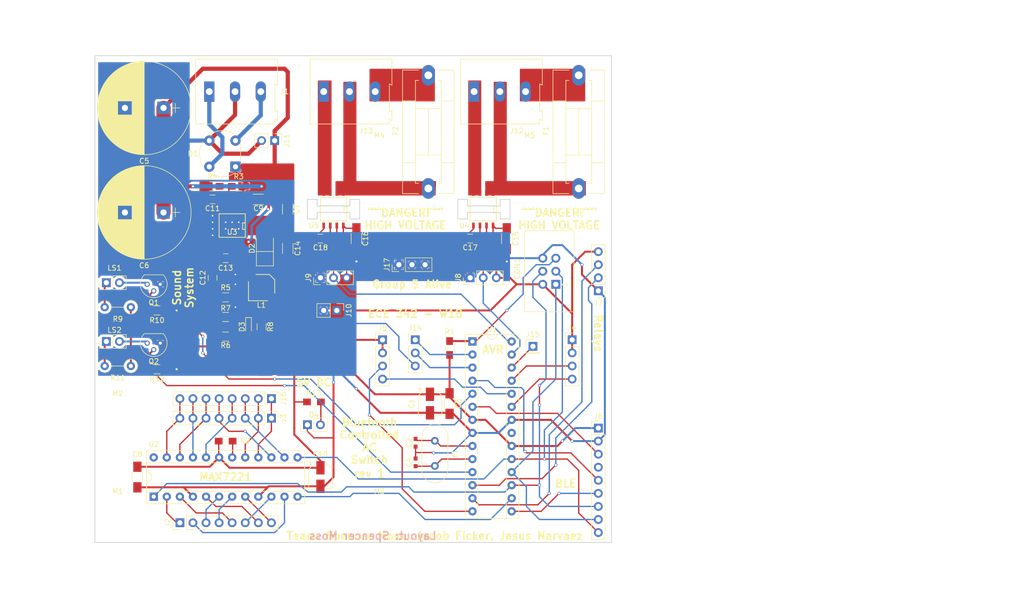
<source format=kicad_pcb>
(kicad_pcb (version 4) (host pcbnew 4.0.7)
  (layers (0 F.Cu signal) (31 B.Cu signal) (34 B.Paste user) (35 F.Paste user) (36 B.SilkS user) (37 F.SilkS user) (38 B.Mask user) (39 F.Mask user) (44 Edge.Cuts user))
  (net 0 "")
  (net 1 +5V)
  (net 2 GND)
  (net 3 /XTAL1)
  (net 4 /XTAL2)
  (net 5 +15V)
  (net 6 "Net-(C11-Pad1)")
  (net 7 /MOSI)
  (net 8 /RESET)
  (net 9 /SCK)
  (net 10 /MISO)
  (net 11 /AC_IN_NEUT)
  (net 12 /AC_IN_HOT)
  (net 13 /CH0_EN)
  (net 14 /CH1_EN)
  (net 15 "Net-(D3-Pad2)")
  (net 16 "Net-(F1-Pad1)")
  (net 17 "Net-(F2-Pad1)")
  (net 18 /DIG0)
  (net 19 /DIG1)
  (net 20 /DIG2)
  (net 21 /DIG3)
  (net 22 /DIG4)
  (net 23 /DIG5)
  (net 24 /DIG6)
  (net 25 /DIG7)
  (net 26 /SEGB)
  (net 27 /SEGG)
  (net 28 /SEGA)
  (net 29 /SEGC)
  (net 30 /SEGF)
  (net 31 /SEGDP)
  (net 32 /SEGE)
  (net 33 /SEGD)
  (net 34 /BLUEFRUIT_SS)
  (net 35 /IRQ)
  (net 36 /DFU)
  (net 37 /BLUEFRUIT_RST)
  (net 38 /DISP_EXTRA_0)
  (net 39 /DISP_COLON_0)
  (net 40 /DISP_EXTRA_1)
  (net 41 /DISP_COLON_1)
  (net 42 "Net-(LS1-Pad1)")
  (net 43 "Net-(LS1-Pad2)")
  (net 44 "Net-(LS2-Pad1)")
  (net 45 "Net-(LS2-Pad2)")
  (net 46 /AUD1)
  (net 47 /AUD2)
  (net 48 "Net-(R3-Pad2)")
  (net 49 /DISPLAY_SS)
  (net 50 "Net-(U1-Pad21)")
  (net 51 /CH0_VIOUT)
  (net 52 /CH1_VIOUT)
  (net 53 "Net-(U2-Pad24)")
  (net 54 "Net-(C9-Pad1)")
  (net 55 "Net-(C9-Pad2)")
  (net 56 "Net-(C12-Pad1)")
  (net 57 "Net-(C12-Pad2)")
  (net 58 "Net-(F1-Pad2)")
  (net 59 "Net-(F2-Pad2)")
  (net 60 "Net-(C17-Pad1)")
  (net 61 "Net-(C18-Pad1)")
  (net 62 "Net-(J12-Pad1)")
  (net 63 "Net-(J13-Pad1)")
  (net 64 "Net-(R6-Pad2)")
  (net 65 "Net-(J14-Pad1)")
  (net 66 "Net-(J14-Pad2)")
  (net 67 "Net-(J15-Pad1)")
  (net 68 "Net-(D4-Pad2)")
  (net 69 "Net-(R2-Pad1)")
  (module footprints:SOIC-8-N (layer F.Cu) (at 74.93 73.025 180)
    (fp_text reference U5 (at 3.81 -3.175 180) (layer F.SilkS))
    (fp_text value ACS723)
    (pad 8 smd rect (at -1.905 -3.175 180) (size 0.508 1.143) (layers F.Cu F.Paste F.Mask) (net 1 +5V))
    (pad 7 smd rect (at -0.635 -3.175 180) (size 0.508 1.143) (layers F.Cu F.Paste F.Mask) (net 52 /CH1_VIOUT))
    (pad 6 smd rect (at 0.635 -3.175 180) (size 0.508 1.143) (layers F.Cu F.Paste F.Mask) (net 61 "Net-(C18-Pad1)"))
    (pad 5 smd rect (at 1.905 -3.175 180) (size 0.508 1.143) (layers F.Cu F.Paste F.Mask) (net 2 GND))
    (pad 4 smd rect (at 1.905 3.175 180) (size 0.508 1.143) (layers F.Cu F.Paste F.Mask) (net 63 "Net-(J13-Pad1)"))
    (pad 3 smd rect (at 0.635 3.175 180) (size 0.508 1.143) (layers F.Cu F.Paste F.Mask) (net 63 "Net-(J13-Pad1)"))
    (pad 2 smd rect (at -0.635 3.175 180) (size 0.508 1.143) (layers F.Cu F.Paste F.Mask) (net 59 "Net-(F2-Pad2)"))
    (pad 1 smd rect (at -1.905 3.175 180) (size 0.508 1.143) (layers F.Cu F.Paste F.Mask) (net 59 "Net-(F2-Pad2)"))
  )
  (module Mounting_Holes:MountingHole_3.2mm_M3 (layer F.Cu) (at 113.03 62.865)
    (fp_text reference M5 (at 0 -4.191) (layer F.SilkS))
    (fp_text value MountingHole_3.2mm_M3)
    (pad 1 np_thru_hole circle (at 0 0) (size 3.2 3.2) (drill 3.2) (layers *.Cu *.Mask))
  )
  (module Mounting_Holes:MountingHole_3.2mm_M3 (layer F.Cu) (at 83.82 62.865)
    (fp_text reference M4 (at 0 -4.191) (layer F.SilkS))
    (fp_text value MountingHole_3.2mm_M3)
    (pad 1 np_thru_hole circle (at 0 0) (size 3.2 3.2) (drill 3.2) (layers *.Cu *.Mask))
  )
  (module Mounting_Holes:MountingHole_3.2mm_M3 (layer F.Cu) (at 83.82 132.08)
    (fp_text reference M3 (at 0 -4.191) (layer F.SilkS))
    (fp_text value MountingHole_3.2mm_M3)
    (pad 1 np_thru_hole circle (at 0 0) (size 3.2 3.2) (drill 3.2) (layers *.Cu *.Mask))
  )
  (module Mounting_Holes:MountingHole_3.2mm_M3 (layer F.Cu) (at 33.02 113.03)
    (fp_text reference M2 (at 0 -4.2) (layer F.SilkS))
    (fp_text value MountingHole_3.2mm_M3)
    (pad 1 np_thru_hole circle (at 0 0) (size 3.2 3.2) (drill 3.2) (layers *.Cu *.Mask))
  )
  (module footprints:Via_0.6mm_Tented (layer F.Cu) (at 56.515 75.565)
    (fp_text reference REF** hide)
    (fp_text value Via_0.6mm_Thermal hide)
    (pad 1 thru_hole circle (at 0 0) (size 0.6 0.6) (drill 0.3) (layers *.Cu) (net 2 GND))
  )
  (module footprints:Via_0.6mm_Tented (layer F.Cu) (at 53.975 76.835)
    (fp_text reference REF** hide)
    (fp_text value Via_0.6mm_Thermal hide)
    (pad 1 thru_hole circle (at 0 0) (size 0.6 0.6) (drill 0.3) (layers *.Cu) (net 2 GND))
  )
  (module footprints:Via_0.6mm_Tented (layer F.Cu) (at 56.515 76.835)
    (fp_text reference REF** hide)
    (fp_text value Via_0.6mm_Thermal hide)
    (pad 1 thru_hole circle (at 0 0) (size 0.6 0.6) (drill 0.3) (layers *.Cu) (net 2 GND))
  )
  (module footprints:Via_0.6mm_Tented (layer F.Cu) (at 55.245 76.835)
    (fp_text reference REF** hide)
    (fp_text value Via_0.6mm_Thermal hide)
    (pad 1 thru_hole circle (at 0 0) (size 0.6 0.6) (drill 0.3) (layers *.Cu) (net 2 GND))
  )
  (module footprints:Via_0.6mm_Tented (layer F.Cu) (at 55.245 75.565)
    (fp_text reference REF** hide)
    (fp_text value Via_0.6mm_Thermal hide)
    (pad 1 thru_hole circle (at 0 0) (size 0.6 0.6) (drill 0.3) (layers *.Cu) (net 2 GND))
  )
  (module footprints:Via_0.6mm_Tented (layer F.Cu) (at 53.975 75.565)
    (fp_text reference REF** hide)
    (fp_text value Via_0.6mm_Tented hide)
  )
  (module footprints:Via_0.6mm_Thermal (layer F.Cu) (at 55.88 85.725)
    (fp_text reference REF** hide)
    (fp_text value Via_0.6mm_Thermal hide)
    (pad 1 thru_hole circle (at 0 0) (size 0.6 0.6) (drill 0.3) (layers *.Cu *.Mask) (net 2 GND))
  )
  (module footprints:Via_0.6mm_Tented (layer F.Cu) (at 55.88 87.63)
    (fp_text reference REF** hide)
    (fp_text value Via_0.6mm_Tented hide)
    (pad 1 thru_hole circle (at 0 0) (size 0.6 0.6) (drill 0.3) (layers *.Cu) (net 2 GND))
  )
  (module footprints:Via_0.6mm_Tented (layer F.Cu) (at 53.975 75.565)
    (fp_text reference REF** hide)
    (fp_text value Via_0.6mm_Thermal hide)
    (pad 1 thru_hole circle (at 0 0) (size 0.6 0.6) (drill 0.3) (layers *.Cu) (net 2 GND))
  )
  (module footprints:Via_0.6mm_Tented (layer F.Cu) (at 51.435 75.565)
    (fp_text reference REF** hide)
    (fp_text value Via_0.6mm_Thermal hide)
    (pad 1 thru_hole circle (at 0 0) (size 0.6 0.6) (drill 0.3) (layers *.Cu) (net 2 GND))
  )
  (module footprints:Via_0.6mm_Tented (layer F.Cu) (at 55.88 92.075)
    (fp_text reference REF** hide)
    (fp_text value Via_0.6mm_Tented hide)
    (pad 1 thru_hole circle (at 0 0) (size 0.6 0.6) (drill 0.3) (layers *.Cu) (net 2 GND))
  )
  (module Capacitors_THT:CP_Radial_D18.0mm_P7.50mm (layer F.Cu) (at 41.91 53.34 180)
    (fp_text reference C5 (at 3.75 -10.31 180) (layer F.SilkS))
    (fp_text value 6800uF)
    (pad 1 thru_hole rect (at 0 0 180) (size 2.4 2.4) (drill 1.2) (layers *.Cu *.Mask) (net 5 +15V))
    (pad 2 thru_hole circle (at 7.5 0 180) (size 2.4 2.4) (drill 1.2) (layers *.Cu *.Mask) (net 2 GND))
  )
  (module Housings_DIP:DIP-28_W7.62mm_Socket (layer F.Cu) (at 101.9175 98.7425)
    (fp_text reference U1 (at 3.81 -2.39) (layer F.SilkS))
    (fp_text value ATMEGA328P-PU)
    (pad 1 thru_hole rect (at 0 0) (size 1.6 1.6) (drill 0.8) (layers *.Cu *.Mask) (net 8 /RESET))
    (pad 15 thru_hole oval (at 7.62 33.02) (size 1.6 1.6) (drill 0.8) (layers *.Cu *.Mask) (net 34 /BLUEFRUIT_SS))
    (pad 2 thru_hole oval (at 0 2.54) (size 1.6 1.6) (drill 0.8) (layers *.Cu *.Mask) (net 65 "Net-(J14-Pad1)"))
    (pad 16 thru_hole oval (at 7.62 30.48) (size 1.6 1.6) (drill 0.8) (layers *.Cu *.Mask) (net 49 /DISPLAY_SS))
    (pad 3 thru_hole oval (at 0 5.08) (size 1.6 1.6) (drill 0.8) (layers *.Cu *.Mask) (net 66 "Net-(J14-Pad2)"))
    (pad 17 thru_hole oval (at 7.62 27.94) (size 1.6 1.6) (drill 0.8) (layers *.Cu *.Mask) (net 7 /MOSI))
    (pad 4 thru_hole oval (at 0 7.62) (size 1.6 1.6) (drill 0.8) (layers *.Cu *.Mask) (net 35 /IRQ))
    (pad 18 thru_hole oval (at 7.62 25.4) (size 1.6 1.6) (drill 0.8) (layers *.Cu *.Mask) (net 10 /MISO))
    (pad 5 thru_hole oval (at 0 10.16) (size 1.6 1.6) (drill 0.8) (layers *.Cu *.Mask) (net 46 /AUD1))
    (pad 19 thru_hole oval (at 7.62 22.86) (size 1.6 1.6) (drill 0.8) (layers *.Cu *.Mask) (net 9 /SCK))
    (pad 6 thru_hole oval (at 0 12.7) (size 1.6 1.6) (drill 0.8) (layers *.Cu *.Mask) (net 37 /BLUEFRUIT_RST))
    (pad 20 thru_hole oval (at 7.62 20.32) (size 1.6 1.6) (drill 0.8) (layers *.Cu *.Mask) (net 1 +5V))
    (pad 7 thru_hole oval (at 0 15.24) (size 1.6 1.6) (drill 0.8) (layers *.Cu *.Mask) (net 1 +5V))
    (pad 21 thru_hole oval (at 7.62 17.78) (size 1.6 1.6) (drill 0.8) (layers *.Cu *.Mask) (net 50 "Net-(U1-Pad21)"))
    (pad 8 thru_hole oval (at 0 17.78) (size 1.6 1.6) (drill 0.8) (layers *.Cu *.Mask) (net 2 GND))
    (pad 22 thru_hole oval (at 7.62 15.24) (size 1.6 1.6) (drill 0.8) (layers *.Cu *.Mask) (net 2 GND))
    (pad 9 thru_hole oval (at 0 20.32) (size 1.6 1.6) (drill 0.8) (layers *.Cu *.Mask) (net 3 /XTAL1))
    (pad 23 thru_hole oval (at 7.62 12.7) (size 1.6 1.6) (drill 0.8) (layers *.Cu *.Mask) (net 39 /DISP_COLON_0))
    (pad 10 thru_hole oval (at 0 22.86) (size 1.6 1.6) (drill 0.8) (layers *.Cu *.Mask) (net 4 /XTAL2))
    (pad 24 thru_hole oval (at 7.62 10.16) (size 1.6 1.6) (drill 0.8) (layers *.Cu *.Mask) (net 41 /DISP_COLON_1))
    (pad 11 thru_hole oval (at 0 25.4) (size 1.6 1.6) (drill 0.8) (layers *.Cu *.Mask) (net 47 /AUD2))
    (pad 25 thru_hole oval (at 7.62 7.62) (size 1.6 1.6) (drill 0.8) (layers *.Cu *.Mask) (net 38 /DISP_EXTRA_0))
    (pad 12 thru_hole oval (at 0 27.94) (size 1.6 1.6) (drill 0.8) (layers *.Cu *.Mask) (net 13 /CH0_EN))
    (pad 26 thru_hole oval (at 7.62 5.08) (size 1.6 1.6) (drill 0.8) (layers *.Cu *.Mask) (net 67 "Net-(J15-Pad1)"))
    (pad 13 thru_hole oval (at 0 30.48) (size 1.6 1.6) (drill 0.8) (layers *.Cu *.Mask) (net 14 /CH1_EN))
    (pad 27 thru_hole oval (at 7.62 2.54) (size 1.6 1.6) (drill 0.8) (layers *.Cu *.Mask) (net 51 /CH0_VIOUT))
    (pad 14 thru_hole oval (at 0 33.02) (size 1.6 1.6) (drill 0.8) (layers *.Cu *.Mask) (net 40 /DISP_EXTRA_1))
    (pad 28 thru_hole oval (at 7.62 0) (size 1.6 1.6) (drill 0.8) (layers *.Cu *.Mask) (net 52 /CH1_VIOUT))
  )
  (module Pin_Headers:Pin_Header_Straight_1x04_Pitch2.54mm (layer F.Cu) (at 84.455 98.425)
    (fp_text reference J5 (at 0 -2.33) (layer F.SilkS))
    (fp_text value DISP1_EXTRAS)
    (pad 1 thru_hole rect (at 0 0) (size 1.7 1.7) (drill 1) (layers *.Cu *.Mask) (net 1 +5V))
    (pad 2 thru_hole oval (at 0 2.54) (size 1.7 1.7) (drill 1) (layers *.Cu *.Mask) (net 1 +5V))
    (pad 3 thru_hole oval (at 0 5.08) (size 1.7 1.7) (drill 1) (layers *.Cu *.Mask) (net 40 /DISP_EXTRA_1))
    (pad 4 thru_hole oval (at 0 7.62) (size 1.7 1.7) (drill 1) (layers *.Cu *.Mask) (net 41 /DISP_COLON_1))
  )
  (module Housings_DIP:DIP-24_W7.62mm_Socket (layer F.Cu) (at 40.005 128.905 90)
    (fp_text reference U2 (at 10.16 0 360) (layer F.SilkS))
    (fp_text value MAX7221)
    (pad 1 thru_hole rect (at 0 0 90) (size 1.6 1.6) (drill 0.8) (layers *.Cu *.Mask) (net 7 /MOSI))
    (pad 13 thru_hole oval (at 7.62 27.94 90) (size 1.6 1.6) (drill 0.8) (layers *.Cu *.Mask) (net 9 /SCK))
    (pad 2 thru_hole oval (at 0 2.54 90) (size 1.6 1.6) (drill 0.8) (layers *.Cu *.Mask) (net 18 /DIG0))
    (pad 14 thru_hole oval (at 7.62 25.4 90) (size 1.6 1.6) (drill 0.8) (layers *.Cu *.Mask) (net 28 /SEGA))
    (pad 3 thru_hole oval (at 0 5.08 90) (size 1.6 1.6) (drill 0.8) (layers *.Cu *.Mask) (net 22 /DIG4))
    (pad 15 thru_hole oval (at 7.62 22.86 90) (size 1.6 1.6) (drill 0.8) (layers *.Cu *.Mask) (net 30 /SEGF))
    (pad 4 thru_hole oval (at 0 7.62 90) (size 1.6 1.6) (drill 0.8) (layers *.Cu *.Mask) (net 2 GND))
    (pad 16 thru_hole oval (at 7.62 20.32 90) (size 1.6 1.6) (drill 0.8) (layers *.Cu *.Mask) (net 26 /SEGB))
    (pad 5 thru_hole oval (at 0 10.16 90) (size 1.6 1.6) (drill 0.8) (layers *.Cu *.Mask) (net 24 /DIG6))
    (pad 17 thru_hole oval (at 7.62 17.78 90) (size 1.6 1.6) (drill 0.8) (layers *.Cu *.Mask) (net 27 /SEGG))
    (pad 6 thru_hole oval (at 0 12.7 90) (size 1.6 1.6) (drill 0.8) (layers *.Cu *.Mask) (net 20 /DIG2))
    (pad 18 thru_hole oval (at 7.62 15.24 90) (size 1.6 1.6) (drill 0.8) (layers *.Cu *.Mask) (net 69 "Net-(R2-Pad1)"))
    (pad 7 thru_hole oval (at 0 15.24 90) (size 1.6 1.6) (drill 0.8) (layers *.Cu *.Mask) (net 21 /DIG3))
    (pad 19 thru_hole oval (at 7.62 12.7 90) (size 1.6 1.6) (drill 0.8) (layers *.Cu *.Mask) (net 1 +5V))
    (pad 8 thru_hole oval (at 0 17.78 90) (size 1.6 1.6) (drill 0.8) (layers *.Cu *.Mask) (net 25 /DIG7))
    (pad 20 thru_hole oval (at 7.62 10.16 90) (size 1.6 1.6) (drill 0.8) (layers *.Cu *.Mask) (net 29 /SEGC))
    (pad 9 thru_hole oval (at 0 20.32 90) (size 1.6 1.6) (drill 0.8) (layers *.Cu *.Mask) (net 2 GND))
    (pad 21 thru_hole oval (at 7.62 7.62 90) (size 1.6 1.6) (drill 0.8) (layers *.Cu *.Mask) (net 32 /SEGE))
    (pad 10 thru_hole oval (at 0 22.86 90) (size 1.6 1.6) (drill 0.8) (layers *.Cu *.Mask) (net 23 /DIG5))
    (pad 22 thru_hole oval (at 7.62 5.08 90) (size 1.6 1.6) (drill 0.8) (layers *.Cu *.Mask) (net 31 /SEGDP))
    (pad 11 thru_hole oval (at 0 25.4 90) (size 1.6 1.6) (drill 0.8) (layers *.Cu *.Mask) (net 19 /DIG1))
    (pad 23 thru_hole oval (at 7.62 2.54 90) (size 1.6 1.6) (drill 0.8) (layers *.Cu *.Mask) (net 33 /SEGD))
    (pad 12 thru_hole oval (at 0 27.94 90) (size 1.6 1.6) (drill 0.8) (layers *.Cu *.Mask) (net 49 /DISPLAY_SS))
    (pad 24 thru_hole oval (at 7.62 0 90) (size 1.6 1.6) (drill 0.8) (layers *.Cu *.Mask) (net 53 "Net-(U2-Pad24)"))
  )
  (module Capacitors_SMD:C_0805_HandSoldering (layer F.Cu) (at 101.473 78.74 180)
    (fp_text reference C17 (at 0 -1.75 180) (layer F.SilkS))
    (fp_text value 1nF)
    (pad 1 smd rect (at -1.25 0 180) (size 1.5 1.25) (layers F.Cu F.Paste F.Mask) (net 60 "Net-(C17-Pad1)"))
    (pad 2 smd rect (at 1.25 0 180) (size 1.5 1.25) (layers F.Cu F.Paste F.Mask) (net 2 GND))
  )
  (module Capacitors_SMD:CP_Elec_4x4.5 (layer F.Cu) (at 93.6625 110.8075 270)
    (fp_text reference C1 (at 0 3.58 450) (layer F.SilkS))
    (fp_text value 10uF)
    (fp_text user + (at -2.78 1.99 450) (layer F.SilkS))
    (pad 1 smd rect (at -1.8 0 90) (size 2.6 1.6) (layers F.Cu F.Paste F.Mask) (net 1 +5V))
    (pad 2 smd rect (at 1.8 0 90) (size 2.6 1.6) (layers F.Cu F.Paste F.Mask) (net 2 GND))
  )
  (module Capacitors_SMD:C_0603 (layer F.Cu) (at 90.8685 118.4275 270)
    (fp_text reference C2 (at 0 1.27 270) (layer F.SilkS))
    (fp_text value 20pF)
    (pad 2 smd rect (at 0.75 0 270) (size 0.8 0.75) (layers F.Cu F.Paste F.Mask) (net 2 GND))
    (pad 1 smd rect (at -0.75 0 270) (size 0.8 0.75) (layers F.Cu F.Paste F.Mask) (net 3 /XTAL1))
  )
  (module Capacitors_SMD:C_1206_HandSoldering (layer F.Cu) (at 97.4725 110.8075 270)
    (fp_text reference C3 (at 0 -1.75 270) (layer F.SilkS))
    (fp_text value 100nF)
    (pad 1 smd rect (at -2 0 270) (size 2 1.6) (layers F.Cu F.Paste F.Mask) (net 1 +5V))
    (pad 2 smd rect (at 2 0 270) (size 2 1.6) (layers F.Cu F.Paste F.Mask) (net 2 GND))
  )
  (module Capacitors_SMD:C_0603 (layer F.Cu) (at 90.8685 122.2375 90)
    (fp_text reference C4 (at 0 -1.27 90) (layer F.SilkS))
    (fp_text value 20pF)
    (pad 2 smd rect (at 0.75 0 90) (size 0.8 0.75) (layers F.Cu F.Paste F.Mask) (net 2 GND))
    (pad 1 smd rect (at -0.75 0 90) (size 0.8 0.75) (layers F.Cu F.Paste F.Mask) (net 4 /XTAL2))
  )
  (module Capacitors_THT:CP_Radial_D18.0mm_P7.50mm (layer F.Cu) (at 41.91 73.66 180)
    (fp_text reference C6 (at 3.75 -10.31 180) (layer F.SilkS))
    (fp_text value 6800uF)
    (pad 1 thru_hole rect (at 0 0 180) (size 2.4 2.4) (drill 1.2) (layers *.Cu *.Mask) (net 5 +15V))
    (pad 2 thru_hole circle (at 7.5 0 180) (size 2.4 2.4) (drill 1.2) (layers *.Cu *.Mask) (net 2 GND))
  )
  (module Capacitors_SMD:C_1206_HandSoldering (layer F.Cu) (at 66.04 73.025 270)
    (fp_text reference C7 (at 0 -1.75 270) (layer F.SilkS))
    (fp_text value 10uF)
    (pad 1 smd rect (at -2 0 270) (size 2 1.6) (layers F.Cu F.Paste F.Mask) (net 5 +15V))
    (pad 2 smd rect (at 2 0 270) (size 2 1.6) (layers F.Cu F.Paste F.Mask) (net 2 GND))
  )
  (module Capacitors_SMD:C_1206_HandSoldering (layer F.Cu) (at 36.83 125.095 270)
    (fp_text reference C8 (at -4.445 0 360) (layer F.SilkS))
    (fp_text value 100nF)
    (pad 1 smd rect (at -2 0 270) (size 2 1.6) (layers F.Cu F.Paste F.Mask) (net 1 +5V))
    (pad 2 smd rect (at 2 0 270) (size 2 1.6) (layers F.Cu F.Paste F.Mask) (net 2 GND))
  )
  (module Capacitors_SMD:C_1206_HandSoldering (layer F.Cu) (at 60.325 71.12 180)
    (fp_text reference C9 (at 0 -1.75 180) (layer F.SilkS))
    (fp_text value 0.1uF)
    (pad 1 smd rect (at -2 0 180) (size 2 1.6) (layers F.Cu F.Paste F.Mask) (net 54 "Net-(C9-Pad1)"))
    (pad 2 smd rect (at 2 0 180) (size 2 1.6) (layers F.Cu F.Paste F.Mask) (net 55 "Net-(C9-Pad2)"))
  )
  (module Capacitors_SMD:CP_Elec_4x4.5 (layer F.Cu) (at 72.39 125.095 270)
    (fp_text reference C10 (at -4.445 0 540) (layer F.SilkS))
    (fp_text value 10uF)
    (fp_text user + (at -2.78 1.99 450) (layer F.SilkS))
    (pad 1 smd rect (at -1.8 0 90) (size 2.6 1.6) (layers F.Cu F.Paste F.Mask) (net 1 +5V))
    (pad 2 smd rect (at 1.8 0 90) (size 2.6 1.6) (layers F.Cu F.Paste F.Mask) (net 2 GND))
  )
  (module Capacitors_SMD:C_0805_HandSoldering (layer F.Cu) (at 51.435 71.12 180)
    (fp_text reference C11 (at 0 -1.75 180) (layer F.SilkS))
    (fp_text value 0.015uf)
    (pad 1 smd rect (at -1.25 0 180) (size 1.5 1.25) (layers F.Cu F.Paste F.Mask) (net 6 "Net-(C11-Pad1)"))
    (pad 2 smd rect (at 1.25 0 180) (size 1.5 1.25) (layers F.Cu F.Paste F.Mask) (net 2 GND))
  )
  (module Capacitors_SMD:C_0805_HandSoldering (layer F.Cu) (at 51.435 86.36 270)
    (fp_text reference C12 (at 0 1.905 270) (layer F.SilkS))
    (fp_text value 680pF)
    (pad 1 smd rect (at -1.25 0 270) (size 1.5 1.25) (layers F.Cu F.Paste F.Mask) (net 56 "Net-(C12-Pad1)"))
    (pad 2 smd rect (at 1.25 0 270) (size 1.5 1.25) (layers F.Cu F.Paste F.Mask) (net 57 "Net-(C12-Pad2)"))
  )
  (module Capacitors_SMD:C_0805_HandSoldering (layer F.Cu) (at 53.975 82.55)
    (fp_text reference C13 (at 0 1.905) (layer F.SilkS))
    (fp_text value 47pF)
    (pad 1 smd rect (at -1.25 0) (size 1.5 1.25) (layers F.Cu F.Paste F.Mask) (net 56 "Net-(C12-Pad1)"))
    (pad 2 smd rect (at 1.25 0) (size 1.5 1.25) (layers F.Cu F.Paste F.Mask) (net 2 GND))
  )
  (module Capacitors_SMD:C_1206_HandSoldering (layer F.Cu) (at 66.04 80.645 90)
    (fp_text reference C14 (at 0 1.905 90) (layer F.SilkS))
    (fp_text value 10uF)
    (pad 1 smd rect (at -2 0 90) (size 2 1.6) (layers F.Cu F.Paste F.Mask) (net 1 +5V))
    (pad 2 smd rect (at 2 0 90) (size 2 1.6) (layers F.Cu F.Paste F.Mask) (net 2 GND))
  )
  (module Capacitors_SMD:C_1206_HandSoldering (layer F.Cu) (at 108.585 78.74 270)
    (fp_text reference C15 (at 0 -1.75 270) (layer F.SilkS))
    (fp_text value 100nF)
    (pad 1 smd rect (at -2 0 270) (size 2 1.6) (layers F.Cu F.Paste F.Mask) (net 1 +5V))
    (pad 2 smd rect (at 2 0 270) (size 2 1.6) (layers F.Cu F.Paste F.Mask) (net 2 GND))
  )
  (module Capacitors_SMD:C_1206_HandSoldering (layer F.Cu) (at 79.375 78.74 270)
    (fp_text reference C16 (at 0 -1.75 270) (layer F.SilkS))
    (fp_text value 100nF)
    (pad 1 smd rect (at -2 0 270) (size 2 1.6) (layers F.Cu F.Paste F.Mask) (net 1 +5V))
    (pad 2 smd rect (at 2 0 270) (size 2 1.6) (layers F.Cu F.Paste F.Mask) (net 2 GND))
  )
  (module Capacitors_SMD:C_0805_HandSoldering (layer F.Cu) (at 72.39 78.74 180)
    (fp_text reference C18 (at 0 -1.75 180) (layer F.SilkS))
    (fp_text value 1nF)
    (pad 1 smd rect (at -1.25 0 180) (size 1.5 1.25) (layers F.Cu F.Paste F.Mask) (net 61 "Net-(C18-Pad1)"))
    (pad 2 smd rect (at 1.25 0 180) (size 1.5 1.25) (layers F.Cu F.Paste F.Mask) (net 2 GND))
  )
  (module Diodes_THT:Diode_Bridge_Round_D8.9mm (layer F.Cu) (at 55.88 64.77 180)
    (fp_text reference D1 (at 8.255 2.54 180) (layer F.SilkS))
    (fp_text value "110B2 (W01G)")
    (pad 4 thru_hole oval (at 5.08 0 180) (size 2 2) (drill 1) (layers *.Cu *.Mask) (net 12 /AC_IN_HOT))
    (pad 2 thru_hole oval (at 0 5.08 180) (size 2 2) (drill 1) (layers *.Cu *.Mask) (net 11 /AC_IN_NEUT))
    (pad 3 thru_hole oval (at 5.08 5.08 180) (size 2 2) (drill 1) (layers *.Cu *.Mask) (net 2 GND))
    (pad 1 thru_hole rect (at 0 0 180) (size 2 2) (drill 1) (layers *.Cu *.Mask) (net 5 +15V))
  )
  (module footprints:D_SMA (layer F.Cu) (at 61.595 80.645 90)
    (fp_text reference D2 (at 0 -2.5 90) (layer F.SilkS))
    (fp_text value B220A)
    (pad 1 smd rect (at -2 0 90) (size 2.5 1.8) (layers F.Cu F.Paste F.Mask) (net 54 "Net-(C9-Pad1)"))
    (pad 2 smd rect (at 2 0 90) (size 2.5 1.8) (layers F.Cu F.Paste F.Mask) (net 2 GND))
  )
  (module LEDs:LED_0603_HandSoldering (layer F.Cu) (at 58.42 95.885 270)
    (fp_text reference D3 (at 0 1.27 270) (layer F.SilkS))
    (fp_text value LED)
    (pad 1 smd rect (at -1.1 0 270) (size 1.2 0.9) (layers F.Cu F.Paste F.Mask) (net 2 GND))
    (pad 2 smd rect (at 1.1 0 270) (size 1.2 0.9) (layers F.Cu F.Paste F.Mask) (net 15 "Net-(D3-Pad2)"))
  )
  (module Fuse_Holders_and_Fuses:Fuseholder5x20_horiz_SemiClosed_Casing10x25mm (layer F.Cu) (at 122.555 46.99 270)
    (fp_text reference F1 (at 10.795 6.35 270) (layer F.SilkS))
    (fp_text value Fuse)
    (pad 2 thru_hole oval (at 22 0 180) (size 2.5 4) (drill 1.5) (layers *.Cu *.Mask) (net 58 "Net-(F1-Pad2)"))
    (pad 1 thru_hole oval (at 0 0 180) (size 2.5 4) (drill 1.5) (layers *.Cu *.Mask) (net 16 "Net-(F1-Pad1)"))
  )
  (module Fuse_Holders_and_Fuses:Fuseholder5x20_horiz_SemiClosed_Casing10x25mm (layer F.Cu) (at 93.345 46.99 270)
    (fp_text reference F2 (at 10.795 6.35 270) (layer F.SilkS))
    (fp_text value Fuse)
    (pad 2 thru_hole oval (at 22 0 180) (size 2.5 4) (drill 1.5) (layers *.Cu *.Mask) (net 59 "Net-(F2-Pad2)"))
    (pad 1 thru_hole oval (at 0 0 180) (size 2.5 4) (drill 1.5) (layers *.Cu *.Mask) (net 17 "Net-(F2-Pad1)"))
  )
  (module Connectors:AK300-3 (layer F.Cu) (at 50.8 50.165)
    (fp_text reference J1 (at 14.605 0) (layer F.SilkS))
    (fp_text value AC_IN)
    (pad 1 thru_hole rect (at 0 0) (size 1.98 3.96) (drill 1.32) (layers *.Cu F.Paste F.Mask) (net 12 /AC_IN_HOT))
    (pad 2 thru_hole oval (at 5 0) (size 1.98 3.96) (drill 1.32) (layers *.Cu F.Paste F.Mask) (net 2 GND))
    (pad 3 thru_hole oval (at 10 0) (size 1.98 3.96) (drill 1.32) (layers *.Cu F.Paste F.Mask) (net 11 /AC_IN_NEUT))
  )
  (module Pin_Headers:Pin_Header_Straight_1x08_Pitch2.54mm (layer F.Cu) (at 45.085 133.985 90)
    (fp_text reference J2 (at 0 -2.33 90) (layer F.SilkS))
    (fp_text value DIGITS)
    (pad 1 thru_hole rect (at 0 0 90) (size 1.7 1.7) (drill 1) (layers *.Cu *.Mask) (net 18 /DIG0))
    (pad 2 thru_hole oval (at 0 2.54 90) (size 1.7 1.7) (drill 1) (layers *.Cu *.Mask) (net 19 /DIG1))
    (pad 3 thru_hole oval (at 0 5.08 90) (size 1.7 1.7) (drill 1) (layers *.Cu *.Mask) (net 20 /DIG2))
    (pad 4 thru_hole oval (at 0 7.62 90) (size 1.7 1.7) (drill 1) (layers *.Cu *.Mask) (net 21 /DIG3))
    (pad 5 thru_hole oval (at 0 10.16 90) (size 1.7 1.7) (drill 1) (layers *.Cu *.Mask) (net 22 /DIG4))
    (pad 6 thru_hole oval (at 0 12.7 90) (size 1.7 1.7) (drill 1) (layers *.Cu *.Mask) (net 23 /DIG5))
    (pad 7 thru_hole oval (at 0 15.24 90) (size 1.7 1.7) (drill 1) (layers *.Cu *.Mask) (net 24 /DIG6))
    (pad 8 thru_hole oval (at 0 17.78 90) (size 1.7 1.7) (drill 1) (layers *.Cu *.Mask) (net 25 /DIG7))
  )
  (module Pin_Headers:Pin_Header_Straight_1x08_Pitch2.54mm (layer F.Cu) (at 62.865 113.665 270)
    (fp_text reference J3 (at 0 -2.33 270) (layer F.SilkS))
    (fp_text value SEGMENTS0)
    (pad 1 thru_hole rect (at 0 0 270) (size 1.7 1.7) (drill 1) (layers *.Cu *.Mask) (net 26 /SEGB))
    (pad 2 thru_hole oval (at 0 2.54 270) (size 1.7 1.7) (drill 1) (layers *.Cu *.Mask) (net 27 /SEGG))
    (pad 3 thru_hole oval (at 0 5.08 270) (size 1.7 1.7) (drill 1) (layers *.Cu *.Mask) (net 28 /SEGA))
    (pad 4 thru_hole oval (at 0 7.62 270) (size 1.7 1.7) (drill 1) (layers *.Cu *.Mask) (net 29 /SEGC))
    (pad 5 thru_hole oval (at 0 10.16 270) (size 1.7 1.7) (drill 1) (layers *.Cu *.Mask) (net 30 /SEGF))
    (pad 6 thru_hole oval (at 0 12.7 270) (size 1.7 1.7) (drill 1) (layers *.Cu *.Mask) (net 31 /SEGDP))
    (pad 7 thru_hole oval (at 0 15.24 270) (size 1.7 1.7) (drill 1) (layers *.Cu *.Mask) (net 32 /SEGE))
    (pad 8 thru_hole oval (at 0 17.78 270) (size 1.7 1.7) (drill 1) (layers *.Cu *.Mask) (net 33 /SEGD))
  )
  (module Pin_Headers:Pin_Header_Straight_1x04_Pitch2.54mm (layer F.Cu) (at 121.285 98.425)
    (fp_text reference J4 (at 0 -2.33) (layer F.SilkS))
    (fp_text value DISP0_EXTRAS)
    (pad 1 thru_hole rect (at 0 0) (size 1.7 1.7) (drill 1) (layers *.Cu *.Mask) (net 1 +5V))
    (pad 2 thru_hole oval (at 0 2.54) (size 1.7 1.7) (drill 1) (layers *.Cu *.Mask) (net 1 +5V))
    (pad 3 thru_hole oval (at 0 5.08) (size 1.7 1.7) (drill 1) (layers *.Cu *.Mask) (net 38 /DISP_EXTRA_0))
    (pad 4 thru_hole oval (at 0 7.62) (size 1.7 1.7) (drill 1) (layers *.Cu *.Mask) (net 39 /DISP_COLON_0))
  )
  (module Pin_Headers:Pin_Header_Straight_1x09_Pitch2.54mm (layer F.Cu) (at 126.365 115.57)
    (fp_text reference J6 (at 0 -2.33) (layer F.SilkS))
    (fp_text value BLUEFRUIT_CONNECTOR)
    (pad 1 thru_hole rect (at 0 0) (size 1.7 1.7) (drill 1) (layers *.Cu *.Mask) (net 1 +5V))
    (pad 2 thru_hole oval (at 0 2.54) (size 1.7 1.7) (drill 1) (layers *.Cu *.Mask) (net 2 GND))
    (pad 3 thru_hole oval (at 0 5.08) (size 1.7 1.7) (drill 1) (layers *.Cu *.Mask) (net 37 /BLUEFRUIT_RST))
    (pad 4 thru_hole oval (at 0 7.62) (size 1.7 1.7) (drill 1) (layers *.Cu *.Mask) (net 36 /DFU))
    (pad 5 thru_hole oval (at 0 10.16) (size 1.7 1.7) (drill 1) (layers *.Cu *.Mask) (net 35 /IRQ))
    (pad 6 thru_hole oval (at 0 12.7) (size 1.7 1.7) (drill 1) (layers *.Cu *.Mask) (net 34 /BLUEFRUIT_SS))
    (pad 7 thru_hole oval (at 0 15.24) (size 1.7 1.7) (drill 1) (layers *.Cu *.Mask) (net 7 /MOSI))
    (pad 8 thru_hole oval (at 0 17.78) (size 1.7 1.7) (drill 1) (layers *.Cu *.Mask) (net 10 /MISO))
    (pad 9 thru_hole oval (at 0 20.32) (size 1.7 1.7) (drill 1) (layers *.Cu *.Mask) (net 9 /SCK))
  )
  (module Pin_Headers:Pin_Header_Straight_1x04_Pitch2.54mm (layer F.Cu) (at 126.365 88.9 180)
    (fp_text reference J7 (at 0 -2.33 180) (layer F.SilkS))
    (fp_text value RELAY_CONN)
    (pad 1 thru_hole rect (at 0 0 180) (size 1.7 1.7) (drill 1) (layers *.Cu *.Mask) (net 2 GND))
    (pad 2 thru_hole oval (at 0 2.54 180) (size 1.7 1.7) (drill 1) (layers *.Cu *.Mask) (net 13 /CH0_EN))
    (pad 3 thru_hole oval (at 0 5.08 180) (size 1.7 1.7) (drill 1) (layers *.Cu *.Mask) (net 14 /CH1_EN))
    (pad 4 thru_hole oval (at 0 7.62 180) (size 1.7 1.7) (drill 1) (layers *.Cu *.Mask) (net 1 +5V))
  )
  (module Pin_Headers:Pin_Header_Straight_1x03_Pitch2.54mm (layer F.Cu) (at 101.473 86.36 90)
    (fp_text reference J8 (at 0 -2.33 90) (layer F.SilkS))
    (fp_text value CH0_BACKUP_ACS)
    (pad 1 thru_hole rect (at 0 0 90) (size 1.7 1.7) (drill 1) (layers *.Cu *.Mask) (net 2 GND))
    (pad 2 thru_hole oval (at 0 2.54 90) (size 1.7 1.7) (drill 1) (layers *.Cu *.Mask) (net 51 /CH0_VIOUT))
    (pad 3 thru_hole oval (at 0 5.08 90) (size 1.7 1.7) (drill 1) (layers *.Cu *.Mask) (net 1 +5V))
  )
  (module Pin_Headers:Pin_Header_Straight_1x03_Pitch2.54mm (layer F.Cu) (at 72.39 86.36 90)
    (fp_text reference J9 (at 0 -2.33 90) (layer F.SilkS))
    (fp_text value CH1_BACKUP_ACS)
    (pad 1 thru_hole rect (at 0 0 90) (size 1.7 1.7) (drill 1) (layers *.Cu *.Mask) (net 2 GND))
    (pad 2 thru_hole oval (at 0 2.54 90) (size 1.7 1.7) (drill 1) (layers *.Cu *.Mask) (net 52 /CH1_VIOUT))
    (pad 3 thru_hole oval (at 0 5.08 90) (size 1.7 1.7) (drill 1) (layers *.Cu *.Mask) (net 1 +5V))
  )
  (module Pin_Headers:Pin_Header_Straight_1x02_Pitch2.54mm (layer F.Cu) (at 75.565 92.71 270)
    (fp_text reference J10 (at 0 -2.33 270) (layer F.SilkS))
    (fp_text value BACKUP_VOUT)
    (pad 1 thru_hole rect (at 0 0 270) (size 1.7 1.7) (drill 1) (layers *.Cu *.Mask) (net 1 +5V))
    (pad 2 thru_hole oval (at 0 2.54 270) (size 1.7 1.7) (drill 1) (layers *.Cu *.Mask) (net 2 GND))
  )
  (module Pin_Headers:Pin_Header_Straight_1x02_Pitch2.54mm (layer F.Cu) (at 63.5 59.69 270)
    (fp_text reference J11 (at 0 -2.33 270) (layer F.SilkS))
    (fp_text value BACKUP_VIN)
    (pad 1 thru_hole rect (at 0 0 270) (size 1.7 1.7) (drill 1) (layers *.Cu *.Mask) (net 5 +15V))
    (pad 2 thru_hole oval (at 0 2.54 270) (size 1.7 1.7) (drill 1) (layers *.Cu *.Mask) (net 2 GND))
  )
  (module Connectors:AK300-3 (layer F.Cu) (at 102.235 50.165)
    (fp_text reference J12 (at 8.255 7.62) (layer F.SilkS))
    (fp_text value CH0_AC)
    (pad 1 thru_hole rect (at 0 0) (size 1.98 3.96) (drill 1.32) (layers *.Cu F.Paste F.Mask) (net 62 "Net-(J12-Pad1)"))
    (pad 2 thru_hole oval (at 5 0) (size 1.98 3.96) (drill 1.32) (layers *.Cu F.Paste F.Mask) (net 58 "Net-(F1-Pad2)"))
    (pad 3 thru_hole oval (at 10 0) (size 1.98 3.96) (drill 1.32) (layers *.Cu F.Paste F.Mask) (net 16 "Net-(F1-Pad1)"))
  )
  (module Connectors:AK300-3 (layer F.Cu) (at 73.025 50.165)
    (fp_text reference J13 (at 8.255 7.62) (layer F.SilkS))
    (fp_text value CH1_AC)
    (pad 1 thru_hole rect (at 0 0) (size 1.98 3.96) (drill 1.32) (layers *.Cu F.Paste F.Mask) (net 63 "Net-(J13-Pad1)"))
    (pad 2 thru_hole oval (at 5 0) (size 1.98 3.96) (drill 1.32) (layers *.Cu F.Paste F.Mask) (net 59 "Net-(F2-Pad2)"))
    (pad 3 thru_hole oval (at 10 0) (size 1.98 3.96) (drill 1.32) (layers *.Cu F.Paste F.Mask) (net 17 "Net-(F2-Pad1)"))
  )
  (module footprints:L_Sumida_4.9x4.9mm_diag (layer F.Cu) (at 60.96 88.265)
    (fp_text reference L1 (at -0.05 3.4) (layer F.SilkS))
    (fp_text value 3.3uH)
    (pad 1 smd rect (at -2.2 -2.2 45) (size 2 2.2) (layers F.Cu F.Paste F.Mask) (net 54 "Net-(C9-Pad1)"))
    (pad 2 smd rect (at 2.2 2.2 45) (size 2 2.2) (layers F.Cu F.Paste F.Mask) (net 1 +5V))
  )
  (module Pin_Headers:Pin_Header_Straight_1x02_Pitch2.54mm (layer F.Cu) (at 30.7975 87.3125 90)
    (fp_text reference LS1 (at 2.8575 1.5875 360) (layer F.SilkS))
    (fp_text value Speaker)
    (pad 1 thru_hole rect (at 0 0 90) (size 1.7 1.7) (drill 1) (layers *.Cu *.Mask) (net 42 "Net-(LS1-Pad1)"))
    (pad 2 thru_hole oval (at 0 2.54 90) (size 1.7 1.7) (drill 1) (layers *.Cu *.Mask) (net 43 "Net-(LS1-Pad2)"))
  )
  (module Pin_Headers:Pin_Header_Straight_1x02_Pitch2.54mm (layer F.Cu) (at 30.7975 98.7425 90)
    (fp_text reference LS2 (at 2.2225 1.5875 180) (layer F.SilkS))
    (fp_text value Speaker)
    (pad 1 thru_hole rect (at 0 0 90) (size 1.7 1.7) (drill 1) (layers *.Cu *.Mask) (net 44 "Net-(LS2-Pad1)"))
    (pad 2 thru_hole oval (at 0 2.54 90) (size 1.7 1.7) (drill 1) (layers *.Cu *.Mask) (net 45 "Net-(LS2-Pad2)"))
  )
  (module TO_SOT_Packages_THT:TO-92_Molded_Narrow (layer F.Cu) (at 41.275 87.63 180)
    (fp_text reference Q1 (at 1.27 -3.56 180) (layer F.SilkS))
    (fp_text value 2N7000)
    (pad 2 thru_hole circle (at 1.27 -1.27 270) (size 1 1) (drill 0.6) (layers *.Cu *.Mask) (net 46 /AUD1))
    (pad 3 thru_hole circle (at 2.54 0 270) (size 1 1) (drill 0.6) (layers *.Cu *.Mask) (net 43 "Net-(LS1-Pad2)"))
    (pad 1 thru_hole rect (at 0 0 270) (size 1 1) (drill 0.6) (layers *.Cu *.Mask) (net 2 GND))
  )
  (module TO_SOT_Packages_THT:TO-92_Molded_Narrow (layer F.Cu) (at 41.275 99.06 180)
    (fp_text reference Q2 (at 1.27 -3.56 180) (layer F.SilkS))
    (fp_text value 2N7000)
    (pad 2 thru_hole circle (at 1.27 -1.27 270) (size 1 1) (drill 0.6) (layers *.Cu *.Mask) (net 47 /AUD2))
    (pad 3 thru_hole circle (at 2.54 0 270) (size 1 1) (drill 0.6) (layers *.Cu *.Mask) (net 45 "Net-(LS2-Pad2)"))
    (pad 1 thru_hole rect (at 0 0 270) (size 1 1) (drill 0.6) (layers *.Cu *.Mask) (net 2 GND))
  )
  (module footprints:SOIC-8-N (layer F.Cu) (at 104.013 73.025 180)
    (fp_text reference U4 (at 3.683 -3.175 180) (layer F.SilkS))
    (fp_text value ACS723)
    (pad 8 smd rect (at -1.905 -3.175 180) (size 0.508 1.143) (layers F.Cu F.Paste F.Mask) (net 1 +5V))
    (pad 7 smd rect (at -0.635 -3.175 180) (size 0.508 1.143) (layers F.Cu F.Paste F.Mask) (net 51 /CH0_VIOUT))
    (pad 6 smd rect (at 0.635 -3.175 180) (size 0.508 1.143) (layers F.Cu F.Paste F.Mask) (net 60 "Net-(C17-Pad1)"))
    (pad 5 smd rect (at 1.905 -3.175 180) (size 0.508 1.143) (layers F.Cu F.Paste F.Mask) (net 2 GND))
    (pad 4 smd rect (at 1.905 3.175 180) (size 0.508 1.143) (layers F.Cu F.Paste F.Mask) (net 62 "Net-(J12-Pad1)"))
    (pad 3 smd rect (at 0.635 3.175 180) (size 0.508 1.143) (layers F.Cu F.Paste F.Mask) (net 62 "Net-(J12-Pad1)"))
    (pad 2 smd rect (at -0.635 3.175 180) (size 0.508 1.143) (layers F.Cu F.Paste F.Mask) (net 58 "Net-(F1-Pad2)"))
    (pad 1 smd rect (at -1.905 3.175 180) (size 0.508 1.143) (layers F.Cu F.Paste F.Mask) (net 58 "Net-(F1-Pad2)"))
  )
  (module Crystals:Crystal_HC49-4H_Vertical (layer F.Cu) (at 94.615 122.936 90)
    (fp_text reference Y1 (at 2.286 3.81 90) (layer F.SilkS))
    (fp_text value 16MHz)
    (pad 1 thru_hole circle (at 0 0 90) (size 1.5 1.5) (drill 0.8) (layers *.Cu *.Mask) (net 4 /XTAL2))
    (pad 2 thru_hole circle (at 4.88 0 90) (size 1.5 1.5) (drill 0.8) (layers *.Cu *.Mask) (net 3 /XTAL1))
  )
  (module Resistors_SMD:R_0805_HandSoldering (layer F.Cu) (at 97.4725 100.0125 90)
    (fp_text reference R1 (at 3.175 0 180) (layer F.SilkS))
    (fp_text value 10k)
    (pad 1 smd rect (at -1.35 0 90) (size 1.5 1.3) (layers F.Cu F.Paste F.Mask) (net 1 +5V))
    (pad 2 smd rect (at 1.35 0 90) (size 1.5 1.3) (layers F.Cu F.Paste F.Mask) (net 8 /RESET))
  )
  (module Resistors_SMD:R_0805_HandSoldering (layer F.Cu) (at 53.975 118.11 180)
    (fp_text reference R2 (at -3.81 0 180) (layer F.SilkS))
    (fp_text value 10k)
    (pad 1 smd rect (at -1.35 0 180) (size 1.5 1.3) (layers F.Cu F.Paste F.Mask) (net 69 "Net-(R2-Pad1)"))
    (pad 2 smd rect (at 1.35 0 180) (size 1.5 1.3) (layers F.Cu F.Paste F.Mask) (net 1 +5V))
  )
  (module Resistors_SMD:R_0805_HandSoldering (layer F.Cu) (at 56.515 68.58 180)
    (fp_text reference R3 (at 0 1.905 180) (layer F.SilkS))
    (fp_text value 150k)
    (pad 1 smd rect (at -1.35 0 180) (size 1.5 1.3) (layers F.Cu F.Paste F.Mask) (net 5 +15V))
    (pad 2 smd rect (at 1.35 0 180) (size 1.5 1.3) (layers F.Cu F.Paste F.Mask) (net 48 "Net-(R3-Pad2)"))
  )
  (module Resistors_SMD:R_0805_HandSoldering (layer F.Cu) (at 51.435 68.58 180)
    (fp_text reference R4 (at 0 1.905 180) (layer F.SilkS))
    (fp_text value 48.7k)
    (pad 1 smd rect (at -1.35 0 180) (size 1.5 1.3) (layers F.Cu F.Paste F.Mask) (net 48 "Net-(R3-Pad2)"))
    (pad 2 smd rect (at 1.35 0 180) (size 1.5 1.3) (layers F.Cu F.Paste F.Mask) (net 2 GND))
  )
  (module Resistors_SMD:R_0805_HandSoldering (layer F.Cu) (at 53.975 90.17 180)
    (fp_text reference R5 (at 0 1.905 180) (layer F.SilkS))
    (fp_text value 17.4k)
    (pad 1 smd rect (at -1.35 0 180) (size 1.5 1.3) (layers F.Cu F.Paste F.Mask) (net 2 GND))
    (pad 2 smd rect (at 1.35 0 180) (size 1.5 1.3) (layers F.Cu F.Paste F.Mask) (net 57 "Net-(C12-Pad2)"))
  )
  (module Resistors_SMD:R_0805_HandSoldering (layer F.Cu) (at 53.975 97.79 180)
    (fp_text reference R6 (at 0 -1.7 180) (layer F.SilkS))
    (fp_text value 10k)
    (pad 1 smd rect (at -1.35 0 180) (size 1.5 1.3) (layers F.Cu F.Paste F.Mask) (net 1 +5V))
    (pad 2 smd rect (at 1.35 0 180) (size 1.5 1.3) (layers F.Cu F.Paste F.Mask) (net 64 "Net-(R6-Pad2)"))
  )
  (module Resistors_SMD:R_0805_HandSoldering (layer F.Cu) (at 53.975 93.98)
    (fp_text reference R7 (at 0 -1.7) (layer F.SilkS))
    (fp_text value 1.87k)
    (pad 1 smd rect (at -1.35 0) (size 1.5 1.3) (layers F.Cu F.Paste F.Mask) (net 64 "Net-(R6-Pad2)"))
    (pad 2 smd rect (at 1.35 0) (size 1.5 1.3) (layers F.Cu F.Paste F.Mask) (net 2 GND))
  )
  (module Resistors_SMD:R_0805_HandSoldering (layer F.Cu) (at 60.96 95.885 270)
    (fp_text reference R8 (at 0 -1.7 270) (layer F.SilkS))
    (fp_text value 1.37k)
    (pad 1 smd rect (at -1.35 0 270) (size 1.5 1.3) (layers F.Cu F.Paste F.Mask) (net 1 +5V))
    (pad 2 smd rect (at 1.35 0 270) (size 1.5 1.3) (layers F.Cu F.Paste F.Mask) (net 15 "Net-(D3-Pad2)"))
  )
  (module Resistors_SMD:R_0805_HandSoldering (layer F.Cu) (at 40.64 92.71)
    (fp_text reference R10 (at 0 1.905) (layer F.SilkS))
    (fp_text value 10k)
    (pad 1 smd rect (at -1.35 0) (size 1.5 1.3) (layers F.Cu F.Paste F.Mask) (net 46 /AUD1))
    (pad 2 smd rect (at 1.35 0) (size 1.5 1.3) (layers F.Cu F.Paste F.Mask) (net 2 GND))
  )
  (module Resistors_SMD:R_0805_HandSoldering (layer F.Cu) (at 40.64 104.14)
    (fp_text reference R12 (at 0 1.905) (layer F.SilkS))
    (fp_text value 10k)
    (pad 1 smd rect (at -1.35 0) (size 1.5 1.3) (layers F.Cu F.Paste F.Mask) (net 47 /AUD2))
    (pad 2 smd rect (at 1.35 0) (size 1.5 1.3) (layers F.Cu F.Paste F.Mask) (net 2 GND))
  )
  (module footprints:Via_Hole_13mil_Dia_25mil_Untented (layer F.Cu) (at 56.515 75.565 270)
    (fp_text reference "" hide)
    (fp_text value Via_Hole_13mil_Dia_25mil_Untented hide)
  )
  (module footprints:Via_Hole_13mil_Dia_25mil_Untented (layer F.Cu) (at 56.515 76.835 270)
    (fp_text reference "" hide)
    (fp_text value Via_Hole_13mil_Dia_25mil_Untented hide)
  )
  (module footprints:Via_Hole_13mil_Dia_25mil_Untented (layer F.Cu) (at 55.245 75.565 270)
    (fp_text reference "" hide)
    (fp_text value Via_Hole_13mil_Dia_25mil_Untented hide)
  )
  (module footprints:Via_Hole_13mil_Dia_25mil_Untented (layer F.Cu) (at 55.245 76.835 270)
    (fp_text reference "" hide)
    (fp_text value Via_Hole_13mil_Dia_25mil_Untented hide)
  )
  (module footprints:Via_Hole_13mil_Dia_25mil_Untented (layer F.Cu) (at 53.975 75.565 270)
    (fp_text reference "" hide)
    (fp_text value Via_Hole_13mil_Dia_25mil_Untented hide)
  )
  (module footprints:Via_Hole_13mil_Dia_25mil_Untented (layer F.Cu) (at 53.975 76.835 270)
    (fp_text reference "" hide)
    (fp_text value Via_Hole_13mil_Dia_25mil_Untented hide)
  )
  (module footprints:Via_Hole_13mil_Dia_25mil_Untented (layer F.Cu) (at 52.705 75.565 270)
    (fp_text reference "" hide)
    (fp_text value Via_Hole_13mil_Dia_25mil_Untented hide)
  )
  (module footprints:Via_Hole_13mil_Dia_25mil_Untented (layer F.Cu) (at 52.705 76.835 270)
    (fp_text reference "" hide)
    (fp_text value Via_Hole_13mil_Dia_25mil_Untented hide)
  )
  (module footprints:Via_Hole_13mil_Dia_25mil_Untented (layer F.Cu) (at 51.435 73.66 270)
    (fp_text reference "" hide)
    (fp_text value Via_Hole_13mil_Dia_25mil_Untented hide)
  )
  (module footprints:Via_Hole_13mil_Dia_25mil_Untented (layer F.Cu) (at 51.435 74.93 270)
    (fp_text reference "" hide)
    (fp_text value Via_Hole_13mil_Dia_25mil_Untented hide)
  )
  (module footprints:Via_Hole_13mil_Dia_25mil_Untented (layer F.Cu) (at 48.895 83.82 270)
    (fp_text reference "" hide)
    (fp_text value Via_Hole_13mil_Dia_25mil_Untented hide)
  )
  (module footprints:Via_Hole_13mil_Dia_25mil_Untented (layer F.Cu) (at 51.435 77.47 270)
    (fp_text reference "" hide)
    (fp_text value Via_Hole_13mil_Dia_25mil_Untented hide)
  )
  (module footprints:Via_Hole_13mil_Dia_25mil_Untented (layer F.Cu) (at 51.435 78.74 270)
    (fp_text reference "" hide)
    (fp_text value Via_Hole_13mil_Dia_25mil_Untented hide)
  )
  (module Pin_Headers:Pin_Header_Straight_1x01_Pitch2.54mm (layer F.Cu) (at 113.665 99.695)
    (fp_text reference J15 (at 0 -2.33) (layer F.SilkS))
    (fp_text value Conn_01x01)
    (pad 1 thru_hole rect (at 0 0) (size 1.7 1.7) (drill 1) (layers *.Cu *.Mask) (net 67 "Net-(J15-Pad1)"))
  )
  (module Connectors:IDC_Header_Straight_6pins (layer F.Cu) (at 118.11 87.63 90)
    (fp_text reference CON1 (at 3 -7.5 90) (layer F.SilkS))
    (fp_text value AVR-ISP-6)
    (fp_text user 1 (at 0.02 1.72 90) (layer F.SilkS) (effects (font (thickness 0.12))))
    (pad 1 thru_hole rect (at 0 0 90) (size 1.7272 1.7272) (drill 1.016) (layers *.Cu *.Mask) (net 10 /MISO))
    (pad 2 thru_hole oval (at 0 -2.54 90) (size 1.7272 1.7272) (drill 1.016) (layers *.Cu *.Mask) (net 1 +5V))
    (pad 3 thru_hole oval (at 2.54 0 90) (size 1.7272 1.7272) (drill 1.016) (layers *.Cu *.Mask) (net 9 /SCK))
    (pad 4 thru_hole oval (at 2.54 -2.54 90) (size 1.7272 1.7272) (drill 1.016) (layers *.Cu *.Mask) (net 7 /MOSI))
    (pad 5 thru_hole oval (at 5.08 0 90) (size 1.7272 1.7272) (drill 1.016) (layers *.Cu *.Mask) (net 8 /RESET))
    (pad 6 thru_hole oval (at 5.08 -2.54 90) (size 1.7272 1.7272) (drill 1.016) (layers *.Cu *.Mask) (net 2 GND))
  )
  (module Resistors_THT:R_Axial_DIN0207_L6.3mm_D2.5mm_P5.08mm_Vertical (layer F.Cu) (at 35.56 92.075 180)
    (fp_text reference R9 (at 2.54 -2.31 180) (layer F.SilkS))
    (fp_text value 100)
    (pad 1 thru_hole circle (at 0 0 180) (size 1.6 1.6) (drill 0.8) (layers *.Cu *.Mask) (net 1 +5V))
    (pad 2 thru_hole oval (at 5.08 0 180) (size 1.6 1.6) (drill 0.8) (layers *.Cu *.Mask) (net 42 "Net-(LS1-Pad1)"))
  )
  (module Resistors_THT:R_Axial_DIN0207_L6.3mm_D2.5mm_P5.08mm_Vertical (layer F.Cu) (at 35.56 103.505 180)
    (fp_text reference R11 (at 2.54 -2.31 180) (layer F.SilkS))
    (fp_text value 100)
    (pad 1 thru_hole circle (at 0 0 180) (size 1.6 1.6) (drill 0.8) (layers *.Cu *.Mask) (net 1 +5V))
    (pad 2 thru_hole oval (at 5.08 0 180) (size 1.6 1.6) (drill 0.8) (layers *.Cu *.Mask) (net 44 "Net-(LS2-Pad1)"))
  )
  (module Pin_Headers:Pin_Header_Straight_1x08_Pitch2.54mm (layer F.Cu) (at 62.865 109.855 270)
    (fp_text reference J16 (at 0 -2.33 270) (layer F.SilkS))
    (fp_text value SEGMENTS1)
    (pad 1 thru_hole rect (at 0 0 270) (size 1.7 1.7) (drill 1) (layers *.Cu *.Mask) (net 26 /SEGB))
    (pad 2 thru_hole oval (at 0 2.54 270) (size 1.7 1.7) (drill 1) (layers *.Cu *.Mask) (net 27 /SEGG))
    (pad 3 thru_hole oval (at 0 5.08 270) (size 1.7 1.7) (drill 1) (layers *.Cu *.Mask) (net 28 /SEGA))
    (pad 4 thru_hole oval (at 0 7.62 270) (size 1.7 1.7) (drill 1) (layers *.Cu *.Mask) (net 29 /SEGC))
    (pad 5 thru_hole oval (at 0 10.16 270) (size 1.7 1.7) (drill 1) (layers *.Cu *.Mask) (net 30 /SEGF))
    (pad 6 thru_hole oval (at 0 12.7 270) (size 1.7 1.7) (drill 1) (layers *.Cu *.Mask) (net 31 /SEGDP))
    (pad 7 thru_hole oval (at 0 15.24 270) (size 1.7 1.7) (drill 1) (layers *.Cu *.Mask) (net 32 /SEGE))
    (pad 8 thru_hole oval (at 0 17.78 270) (size 1.7 1.7) (drill 1) (layers *.Cu *.Mask) (net 33 /SEGD))
  )
  (module footprints:Via_0.6mm_Thermal (layer F.Cu) (at 51.435 76.835)
    (fp_text reference REF** hide)
    (fp_text value Via_0.6mm_Thermal hide)
    (pad 1 thru_hole circle (at 0 0) (size 0.6 0.6) (drill 0.3) (layers *.Cu *.Mask) (net 2 GND))
  )
  (module footprints:Via_0.6mm_Thermal (layer F.Cu) (at 51.435 78.105)
    (fp_text reference REF** hide)
    (fp_text value Via_0.6mm_Thermal hide)
    (pad 1 thru_hole circle (at 0 0) (size 0.6 0.6) (drill 0.3) (layers *.Cu *.Mask) (net 2 GND))
  )
  (module footprints:Via_0.6mm_Thermal (layer F.Cu) (at 51.435 74.295)
    (fp_text reference REF** hide)
    (fp_text value Via_0.6mm_Thermal hide)
    (pad 1 thru_hole circle (at 0 0) (size 0.6 0.6) (drill 0.3) (layers *.Cu *.Mask) (net 2 GND))
  )
  (module footprints:SOIC-8-N (layer F.Cu) (at 55.245 76.2 180)
    (fp_text reference U3 (at 0 -1.27 180) (layer F.SilkS))
    (fp_text value TPS54232)
    (pad 8 smd rect (at -1.905 -3.175 180) (size 0.508 1.143) (layers F.Cu F.Paste F.Mask) (net 54 "Net-(C9-Pad1)"))
    (pad 7 smd rect (at -0.635 -3.175 180) (size 0.508 1.143) (layers F.Cu F.Paste F.Mask) (net 2 GND))
    (pad 6 smd rect (at 0.635 -3.175 180) (size 0.508 1.143) (layers F.Cu F.Paste F.Mask) (net 56 "Net-(C12-Pad1)"))
    (pad 5 smd rect (at 1.905 -3.175 180) (size 0.508 1.143) (layers F.Cu F.Paste F.Mask) (net 64 "Net-(R6-Pad2)"))
    (pad 4 smd rect (at 1.905 3.175 180) (size 0.508 1.143) (layers F.Cu F.Paste F.Mask) (net 6 "Net-(C11-Pad1)"))
    (pad 3 smd rect (at 0.635 3.175 180) (size 0.508 1.143) (layers F.Cu F.Paste F.Mask) (net 48 "Net-(R3-Pad2)"))
    (pad 2 smd rect (at -0.635 3.175 180) (size 0.508 1.143) (layers F.Cu F.Paste F.Mask) (net 5 +15V))
    (pad 1 smd rect (at -1.905 3.175 180) (size 0.508 1.143) (layers F.Cu F.Paste F.Mask) (net 55 "Net-(C9-Pad2)"))
  )
  (module Mounting_Holes:MountingHole_3.2mm_M3 (layer F.Cu) (at 33.02 132.08)
    (fp_text reference M1 (at 0 -4.2) (layer F.SilkS))
    (fp_text value MountingHole_3.2mm_M3)
    (pad 1 np_thru_hole circle (at 0 0) (size 3.2 3.2) (drill 3.2) (layers *.Cu *.Mask))
  )
  (module Pin_Headers:Pin_Header_Straight_1x02_Pitch2.54mm (layer F.Cu) (at 69.85 114.935 90)
    (fp_text reference D4 (at 1.905 1.27 180) (layer F.SilkS))
    (fp_text value LED)
    (pad 1 thru_hole rect (at 0 0 90) (size 1.7 1.7) (drill 1) (layers *.Cu *.Mask) (net 2 GND))
    (pad 2 thru_hole oval (at 0 2.54 90) (size 1.7 1.7) (drill 1) (layers *.Cu *.Mask) (net 68 "Net-(D4-Pad2)"))
  )
  (module Resistors_SMD:R_0805_HandSoldering (layer F.Cu) (at 71.12 110.49)
    (fp_text reference R13 (at 0 -1.7) (layer F.SilkS))
    (fp_text value 220)
    (pad 1 smd rect (at -1.35 0) (size 1.5 1.3) (layers F.Cu F.Paste F.Mask) (net 1 +5V))
    (pad 2 smd rect (at 1.35 0) (size 1.5 1.3) (layers F.Cu F.Paste F.Mask) (net 68 "Net-(D4-Pad2)"))
  )
  (module Pin_Headers:Pin_Header_Straight_1x03_Pitch2.54mm (layer F.Cu) (at 90.805 98.425)
    (fp_text reference J14 (at 0 -2.33) (layer F.SilkS))
    (fp_text value UART)
    (pad 1 thru_hole rect (at 0 0) (size 1.7 1.7) (drill 1) (layers *.Cu *.Mask) (net 65 "Net-(J14-Pad1)"))
    (pad 2 thru_hole oval (at 0 2.54) (size 1.7 1.7) (drill 1) (layers *.Cu *.Mask) (net 66 "Net-(J14-Pad2)"))
    (pad 3 thru_hole oval (at 0 5.08) (size 1.7 1.7) (drill 1) (layers *.Cu *.Mask) (net 2 GND))
  )
  (module Pin_Headers:Pin_Header_Straight_1x03_Pitch2.54mm (layer F.Cu) (at 87.63 83.82 90)
    (fp_text reference J17 (at 0 -2.33 90) (layer F.SilkS))
    (fp_text value XTRA_GND)
    (pad 1 thru_hole rect (at 0 0 90) (size 1.7 1.7) (drill 1) (layers *.Cu *.Mask) (net 2 GND))
    (pad 2 thru_hole oval (at 0 2.54 90) (size 1.7 1.7) (drill 1) (layers *.Cu *.Mask) (net 2 GND))
    (pad 3 thru_hole oval (at 0 5.08 90) (size 1.7 1.7) (drill 1) (layers *.Cu *.Mask) (net 2 GND))
  )
  (gr_line (start 67.945 43.18) (end 69.85 43.18) (angle 90) (layer Edge.Cuts) (width 0.15))
  (gr_line (start 71.755 74.93) (end 71.755 73.66) (angle 90) (layer Edge.Cuts) (width 0.15))
  (gr_line (start 69.85 74.93) (end 71.755 74.93) (angle 90) (layer Edge.Cuts) (width 0.15))
  (gr_line (start 69.85 71.12) (end 69.85 74.93) (angle 90) (layer Edge.Cuts) (width 0.15))
  (gr_line (start 71.755 71.12) (end 69.85 71.12) (angle 90) (layer Edge.Cuts) (width 0.15))
  (gr_line (start 71.755 72.39) (end 71.755 71.12) (angle 90) (layer Edge.Cuts) (width 0.15))
  (gr_line (start 78.105 71.12) (end 78.105 72.39) (angle 90) (layer Edge.Cuts) (width 0.15))
  (gr_line (start 80.01 71.12) (end 78.105 71.12) (angle 90) (layer Edge.Cuts) (width 0.15))
  (gr_line (start 80.01 74.93) (end 80.01 71.12) (angle 90) (layer Edge.Cuts) (width 0.15))
  (gr_line (start 78.105 74.93) (end 80.01 74.93) (angle 90) (layer Edge.Cuts) (width 0.15))
  (gr_line (start 78.105 73.66) (end 78.105 74.93) (angle 90) (layer Edge.Cuts) (width 0.15))
  (gr_line (start 100.965 74.93) (end 100.965 73.66) (angle 90) (layer Edge.Cuts) (width 0.15))
  (gr_line (start 99.06 74.93) (end 100.965 74.93) (angle 90) (layer Edge.Cuts) (width 0.15))
  (gr_line (start 99.06 71.12) (end 99.06 74.93) (angle 90) (layer Edge.Cuts) (width 0.15))
  (gr_line (start 100.965 71.12) (end 99.06 71.12) (angle 90) (layer Edge.Cuts) (width 0.15))
  (gr_line (start 100.965 72.39) (end 100.965 71.12) (angle 90) (layer Edge.Cuts) (width 0.15))
  (gr_line (start 107.315 71.12) (end 107.315 72.39) (angle 90) (layer Edge.Cuts) (width 0.15))
  (gr_line (start 109.22 71.12) (end 107.315 71.12) (angle 90) (layer Edge.Cuts) (width 0.15))
  (gr_line (start 109.22 74.93) (end 109.22 71.12) (angle 90) (layer Edge.Cuts) (width 0.15))
  (gr_line (start 107.315 74.93) (end 109.22 74.93) (angle 90) (layer Edge.Cuts) (width 0.15))
  (gr_line (start 107.315 73.66) (end 107.315 74.93) (angle 90) (layer Edge.Cuts) (width 0.15))
  (gr_line (start 128.905 43.18) (end 128.27 43.18) (angle 90) (layer Edge.Cuts) (width 0.15))
  (gr_line (start 128.905 137.795) (end 128.905 43.18) (angle 90) (layer Edge.Cuts) (width 0.15))
  (gr_line (start 128.27 137.795) (end 128.905 137.795) (angle 90) (layer Edge.Cuts) (width 0.15))
  (gr_line (start 107.315 72.39) (end 100.965 72.39) (angle 90) (layer Edge.Cuts) (width 0.15))
  (gr_line (start 100.965 73.66) (end 107.315 73.66) (angle 90) (layer Edge.Cuts) (width 0.15))
  (gr_line (start 78.105 73.66) (end 71.755 73.66) (angle 90) (layer Edge.Cuts) (width 0.15))
  (gr_line (start 71.755 72.39) (end 78.105 72.39) (angle 90) (layer Edge.Cuts) (width 0.15))
  (gr_line (start 69.85 43.18) (end 128.27 43.18) (angle 90) (layer Edge.Cuts) (width 0.15))
  (gr_line (start 67.945 43.18) (end 28.575 43.18) (angle 90) (layer Edge.Cuts) (width 0.15))
  (gr_line (start 28.575 43.18) (end 28.575 43.815) (angle 90) (layer Edge.Cuts) (width 0.15))
  (gr_line (start 28.575 137.795) (end 128.27 137.795) (angle 90) (layer Edge.Cuts) (width 0.15))
  (gr_line (start 28.575 137.16) (end 28.575 137.795) (angle 90) (layer Edge.Cuts) (width 0.15))
  (gr_line (start 28.575 136.525) (end 28.575 137.16) (angle 90) (layer Edge.Cuts) (width 0.15))
  (gr_line (start 28.575 43.815) (end 28.575 136.525) (angle 90) (layer Edge.Cuts) (width 0.15))
  (gr_text "Relays\n" (at 126.365 97.155 270) (layer F.SilkS) (effects (font (size 1.5 1.5) (thickness 0.3))))
  (gr_text BLE (at 120.015 126.365) (layer F.SilkS) (effects (font (size 1.5 1.5) (thickness 0.3))))
  (gr_text AVR (at 105.918 100.33) (layer F.SilkS) (effects (font (size 1.5 1.5) (thickness 0.3))))
  (gr_text "MAX7221\n" (at 53.975 125.095) (layer F.SilkS) (effects (font (size 1.5 1.5) (thickness 0.3))))
  (gr_text "ECE 342 - W18\n" (at 90.805 93.345) (layer F.SilkS) (effects (font (size 1.5 1.5) (thickness 0.3))))
  (gr_text "5V DC" (at 71.12 106.68) (layer F.SilkS) (effects (font (size 1.5 1.5) (thickness 0.3))))
  (gr_text "Sound\nSystem" (at 45.72 88.265 90) (layer F.SilkS) (effects (font (size 1.5 1.5) (thickness 0.3))))
  (gr_text "^^^DANGER!^^^\nHIGH VOLTAGE" (at 118.745 74.93) (layer F.SilkS) (effects (font (size 1.5 1.5) (thickness 0.3))))
  (gr_text "^^^DANGER!^^^\nHIGH VOLTAGE" (at 88.9 74.93) (layer F.SilkS) (effects (font (size 1.5 1.5) (thickness 0.3))))
  (gr_text "Layout: Spencer Moss" (at 82.55 136.525) (layer B.SilkS) (effects (font (size 1.5 1.5) (thickness 0.3)) (justify mirror)))
  (gr_text "Team: Spencer Moss, Jacob Ficker, Jesus Narvaez" (at 94.615 136.525) (layer F.SilkS) (effects (font (size 1.5 1.5) (thickness 0.3))))
  (gr_text "rev 1\n" (at 81.915 124.46) (layer F.SilkS) (effects (font (size 1.5 1.5) (thickness 0.3))))
  (gr_text "Bluetooth\nControlled\nAC\nSwitch\n" (at 81.915 118.11) (layer F.SilkS) (effects (font (size 1.5 1.5) (thickness 0.3))))
  (gr_text "Group 5 Alive\n" (at 90.17 87.63) (layer F.SilkS) (effects (font (size 1.5 1.5) (thickness 0.3))))
  (segment (start 67.31 110.49) (end 69.77 110.49) (width 0.254) (layer F.Cu) (net 1))
  (segment (start 72.39 123.295) (end 72.39 121.92) (width 0.381) (layer F.Cu) (net 1))
  (segment (start 67.31 116.84) (end 67.31 115.57) (width 0.381) (layer F.Cu) (net 1))
  (segment (start 72.39 121.92) (end 67.31 116.84) (width 0.381) (layer F.Cu) (net 1))
  (segment (start 108.585 76.74) (end 106.458 76.74) (width 0.254) (layer F.Cu) (net 1))
  (segment (start 106.458 76.74) (end 105.918 76.2) (width 0.254) (layer F.Cu) (net 1))
  (segment (start 79.375 76.74) (end 77.375 76.74) (width 0.254) (layer F.Cu) (net 1))
  (segment (start 77.375 76.74) (end 76.835 76.2) (width 0.254) (layer F.Cu) (net 1))
  (segment (start 106.553 86.36) (end 109.22 86.36) (width 0.381) (layer F.Cu) (net 1))
  (segment (start 109.22 86.36) (end 110.49 87.63) (width 0.381) (layer F.Cu) (net 1))
  (segment (start 126.365 81.28) (end 123.825 81.28) (width 0.381) (layer F.Cu) (net 1))
  (segment (start 121.285 86.36) (end 121.285 93.345) (width 0.381) (layer F.Cu) (net 1))
  (segment (start 123.825 81.28) (end 121.285 83.82) (width 0.381) (layer F.Cu) (net 1))
  (segment (start 121.285 83.82) (end 121.285 86.36) (width 0.381) (layer F.Cu) (net 1))
  (segment (start 78.74 92.71) (end 105.41 92.71) (width 0.381) (layer F.Cu) (net 1))
  (segment (start 105.41 92.71) (end 110.49 87.63) (width 0.381) (layer F.Cu) (net 1))
  (segment (start 110.49 87.63) (end 115.57 87.63) (width 0.381) (layer F.Cu) (net 1))
  (segment (start 126.365 115.57) (end 121.92 115.57) (width 0.381) (layer B.Cu) (net 1))
  (segment (start 118.4275 119.0625) (end 109.5375 119.0625) (width 0.381) (layer F.Cu) (net 1))
  (segment (start 119.38 118.11) (end 118.4275 119.0625) (width 0.381) (layer F.Cu) (net 1))
  (via (at 119.38 118.11) (size 0.6) (drill 0.4) (layers F.Cu B.Cu) (net 1))
  (segment (start 121.92 115.57) (end 119.38 118.11) (width 0.381) (layer B.Cu) (net 1))
  (segment (start 101.9175 113.9825) (end 104.4575 113.9825) (width 0.381) (layer F.Cu) (net 1))
  (segment (start 104.4575 113.9825) (end 109.5375 119.0625) (width 0.381) (layer F.Cu) (net 1))
  (segment (start 36.83 123.095) (end 50.895 123.095) (width 0.381) (layer F.Cu) (net 1))
  (segment (start 50.895 123.095) (end 52.705 121.285) (width 0.381) (layer F.Cu) (net 1))
  (segment (start 57.15 99.695) (end 47.625 99.695) (width 0.381) (layer F.Cu) (net 1))
  (segment (start 44.45 96.52) (end 35.56 96.52) (width 0.381) (layer F.Cu) (net 1))
  (segment (start 47.625 99.695) (end 44.45 96.52) (width 0.381) (layer F.Cu) (net 1))
  (segment (start 60.96 99.695) (end 57.15 99.695) (width 0.381) (layer F.Cu) (net 1))
  (segment (start 57.15 99.695) (end 57.23 99.695) (width 0.381) (layer F.Cu) (net 1))
  (segment (start 57.23 99.695) (end 55.325 97.79) (width 0.381) (layer F.Cu) (net 1))
  (segment (start 93.6625 109.0075) (end 82.9725 109.0075) (width 0.381) (layer F.Cu) (net 1))
  (segment (start 82.9725 109.0075) (end 78.74 104.775) (width 0.381) (layer F.Cu) (net 1))
  (segment (start 84.455 100.965) (end 84.455 98.425) (width 0.381) (layer F.Cu) (net 1))
  (segment (start 84.455 98.425) (end 78.105 98.425) (width 0.381) (layer F.Cu) (net 1))
  (segment (start 121.285 98.425) (end 121.285 100.965) (width 0.381) (layer F.Cu) (net 1))
  (segment (start 121.285 98.425) (end 121.285 93.345) (width 0.381) (layer F.Cu) (net 1))
  (segment (start 121.285 93.345) (end 115.57 87.63) (width 0.381) (layer F.Cu) (net 1))
  (segment (start 67.31 115.57) (end 67.31 110.49) (width 0.381) (layer F.Cu) (net 1))
  (segment (start 67.31 110.49) (end 67.31 99.695) (width 0.381) (layer F.Cu) (net 1))
  (segment (start 115.57 87.63) (end 115.57 88.011) (width 0.254) (layer F.Cu) (net 1))
  (segment (start 97.4725 109.5375) (end 101.9175 113.9825) (width 0.381) (layer F.Cu) (net 1))
  (segment (start 55.325 97.79) (end 55.325 97.87) (width 0.381) (layer F.Cu) (net 1))
  (segment (start 52.625 121.205) (end 52.705 121.285) (width 0.254) (layer F.Cu) (net 1))
  (segment (start 35.56 96.52) (end 35.56 103.505) (width 0.381) (layer F.Cu) (net 1))
  (segment (start 35.56 92.075) (end 35.56 96.52) (width 0.381) (layer F.Cu) (net 1))
  (segment (start 106.553 86.36) (end 106.553 83.09) (width 0.381) (layer F.Cu) (net 1))
  (segment (start 106.553 83.09) (end 106.013 82.55) (width 0.381) (layer F.Cu) (net 1))
  (segment (start 72.39 123.295) (end 54.715 123.295) (width 0.381) (layer F.Cu) (net 1))
  (segment (start 54.715 123.295) (end 52.705 121.285) (width 0.381) (layer F.Cu) (net 1))
  (segment (start 97.4725 108.8075) (end 97.4725 109.5375) (width 0.381) (layer F.Cu) (net 1))
  (segment (start 106.553 86.36) (end 106.553 86.487) (width 0.381) (layer F.Cu) (net 1))
  (segment (start 106.553 83.09) (end 106.013 82.55) (width 0.254) (layer F.Cu) (net 1))
  (segment (start 105.918 76.2) (end 105.918 82.455) (width 0.254) (layer F.Cu) (net 1))
  (segment (start 105.918 82.455) (end 106.013 82.55) (width 0.254) (layer F.Cu) (net 1))
  (segment (start 77.47 86.36) (end 77.47 83.09) (width 0.254) (layer F.Cu) (net 1))
  (segment (start 77.47 83.09) (end 76.93 82.55) (width 0.254) (layer F.Cu) (net 1))
  (segment (start 76.835 76.2) (end 76.835 82.455) (width 0.254) (layer F.Cu) (net 1))
  (segment (start 76.835 82.455) (end 76.93 82.55) (width 0.254) (layer F.Cu) (net 1))
  (segment (start 106.553 83.09) (end 106.013 82.55) (width 0.254) (layer F.Cu) (net 1))
  (segment (start 105.918 82.455) (end 106.013 82.55) (width 0.254) (layer F.Cu) (net 1))
  (segment (start 97.4725 101.3625) (end 97.4725 108.8075) (width 0.381) (layer F.Cu) (net 1))
  (segment (start 93.6625 109.0075) (end 97.2725 109.0075) (width 0.381) (layer F.Cu) (net 1))
  (segment (start 97.2725 109.0075) (end 97.4725 108.8075) (width 0.381) (layer F.Cu) (net 1))
  (segment (start 60.96 94.535) (end 60.96 92.71) (width 0.8128) (layer F.Cu) (net 1))
  (segment (start 52.625 118.11) (end 52.625 121.205) (width 0.254) (layer F.Cu) (net 1))
  (segment (start 78.74 95.25) (end 85.09 95.25) (width 0.254) (layer B.Cu) (net 2))
  (segment (start 87.63 100.33) (end 90.805 103.505) (width 0.254) (layer B.Cu) (net 2))
  (segment (start 87.63 97.79) (end 87.63 100.33) (width 0.254) (layer B.Cu) (net 2))
  (segment (start 85.09 95.25) (end 87.63 97.79) (width 0.254) (layer B.Cu) (net 2))
  (segment (start 69.85 114.935) (end 69.85 116.205) (width 0.254) (layer F.Cu) (net 2))
  (segment (start 71.12 117.475) (end 74.93 117.475) (width 0.254) (layer F.Cu) (net 2))
  (segment (start 69.85 116.205) (end 71.12 117.475) (width 0.254) (layer F.Cu) (net 2))
  (segment (start 108.585 80.74) (end 108.585 83.185) (width 0.254) (layer F.Cu) (net 2))
  (via (at 108.585 83.185) (size 0.6) (drill 0.4) (layers F.Cu B.Cu) (net 2))
  (segment (start 79.375 80.74) (end 79.375 83.185) (width 0.254) (layer F.Cu) (net 2))
  (via (at 79.375 83.185) (size 0.6) (drill 0.4) (layers F.Cu B.Cu) (net 2))
  (segment (start 71.14 78.74) (end 71.14 85.11) (width 0.254) (layer F.Cu) (net 2))
  (segment (start 71.14 85.11) (end 72.39 86.36) (width 0.254) (layer F.Cu) (net 2))
  (segment (start 100.223 78.74) (end 100.223 85.11) (width 0.254) (layer F.Cu) (net 2))
  (segment (start 100.223 85.11) (end 101.473 86.36) (width 0.254) (layer F.Cu) (net 2))
  (segment (start 126.365 118.11) (end 127.635 116.84) (width 0.381) (layer B.Cu) (net 2))
  (segment (start 127.635 90.17) (end 126.365 88.9) (width 0.381) (layer B.Cu) (net 2))
  (segment (start 127.635 116.84) (end 127.635 90.17) (width 0.381) (layer B.Cu) (net 2))
  (segment (start 126.365 88.9) (end 123.19 85.725) (width 0.381) (layer F.Cu) (net 2))
  (segment (start 115.57 81.915) (end 117.475 80.01) (width 0.381) (layer B.Cu) (net 2))
  (segment (start 123.19 83.82) (end 123.19 85.725) (width 0.381) (layer F.Cu) (net 2))
  (via (at 123.19 83.82) (size 0.6) (drill 0.4) (layers F.Cu B.Cu) (net 2))
  (segment (start 119.38 80.01) (end 123.19 83.82) (width 0.381) (layer B.Cu) (net 2))
  (segment (start 117.475 80.01) (end 119.38 80.01) (width 0.381) (layer B.Cu) (net 2))
  (segment (start 93.6625 112.6075) (end 84.0325 112.6075) (width 0.381) (layer F.Cu) (net 2))
  (segment (start 76.835 105.41) (end 76.835 104.775) (width 0.381) (layer B.Cu) (net 2))
  (segment (start 79.375 107.95) (end 76.835 105.41) (width 0.381) (layer B.Cu) (net 2))
  (via (at 79.375 107.95) (size 0.6) (drill 0.4) (layers F.Cu B.Cu) (net 2))
  (segment (start 84.0325 112.6075) (end 79.375 107.95) (width 0.381) (layer F.Cu) (net 2))
  (segment (start 41.99 104.14) (end 44.45 104.14) (width 0.254) (layer F.Cu) (net 2))
  (via (at 44.45 104.14) (size 0.6) (drill 0.4) (layers F.Cu B.Cu) (net 2))
  (segment (start 89.7475 112.6075) (end 93.6625 112.6075) (width 0.381) (layer F.Cu) (net 2))
  (segment (start 101.9175 116.5225) (end 106.9975 116.5225) (width 0.381) (layer B.Cu) (net 2))
  (segment (start 106.9975 116.5225) (end 109.5375 113.9825) (width 0.381) (layer B.Cu) (net 2))
  (segment (start 115.57 82.55) (end 115.57 81.915) (width 0.381) (layer B.Cu) (net 2))
  (segment (start 36.83 127.095) (end 45.815 127.095) (width 0.381) (layer F.Cu) (net 2))
  (segment (start 115.57 82.55) (end 107.95 82.55) (width 0.381) (layer B.Cu) (net 2))
  (segment (start 66.135 78.74) (end 66.04 78.645) (width 0.254) (layer F.Cu) (net 2))
  (segment (start 72.39 126.895) (end 73.13 126.895) (width 0.381) (layer F.Cu) (net 2))
  (segment (start 73.13 126.895) (end 74.93 125.095) (width 0.381) (layer F.Cu) (net 2))
  (segment (start 74.93 106.68) (end 74.93 104.14) (width 0.381) (layer B.Cu) (net 2))
  (via (at 74.93 106.68) (size 0.6) (drill 0.4) (layers F.Cu B.Cu) (net 2))
  (segment (start 74.93 125.095) (end 74.93 117.475) (width 0.381) (layer F.Cu) (net 2))
  (segment (start 74.93 117.475) (end 74.93 106.68) (width 0.381) (layer F.Cu) (net 2))
  (segment (start 50.8 59.69) (end 45.085 59.69) (width 0.8128) (layer B.Cu) (net 2))
  (segment (start 41.99 104.14) (end 41.99 99.775) (width 0.254) (layer F.Cu) (net 2))
  (segment (start 41.99 99.775) (end 41.275 99.06) (width 0.254) (layer F.Cu) (net 2))
  (segment (start 41.99 92.71) (end 44.45 92.71) (width 0.254) (layer F.Cu) (net 2))
  (via (at 44.45 92.71) (size 0.6) (drill 0.4) (layers F.Cu B.Cu) (net 2))
  (segment (start 126.365 118.11) (end 121.285 118.11) (width 0.381) (layer B.Cu) (net 2))
  (via (at 121.285 118.11) (size 0.6) (drill 0.4) (layers F.Cu B.Cu) (net 2))
  (segment (start 121.285 118.11) (end 117.1575 113.9825) (width 0.381) (layer F.Cu) (net 2))
  (segment (start 117.1575 113.9825) (end 109.5375 113.9825) (width 0.381) (layer F.Cu) (net 2))
  (segment (start 45.815 127.095) (end 62.135 127.095) (width 0.381) (layer F.Cu) (net 2))
  (segment (start 62.103 127.063) (end 62.103 127.127) (width 0.381) (layer F.Cu) (net 2))
  (segment (start 62.135 127.095) (end 62.103 127.063) (width 0.381) (layer F.Cu) (net 2))
  (segment (start 72.39 126.895) (end 62.335 126.895) (width 0.381) (layer F.Cu) (net 2))
  (segment (start 62.335 126.895) (end 62.103 127.127) (width 0.381) (layer F.Cu) (net 2))
  (segment (start 62.103 127.127) (end 60.325 128.905) (width 0.381) (layer F.Cu) (net 2))
  (segment (start 45.815 127.095) (end 47.625 128.905) (width 0.381) (layer F.Cu) (net 2))
  (segment (start 101.7905 116.5225) (end 101.9175 116.5225) (width 0.254) (layer B.Cu) (net 2))
  (segment (start 97.917 120.396) (end 101.7905 116.5225) (width 0.254) (layer B.Cu) (net 2))
  (segment (start 94.361 120.396) (end 97.917 120.396) (width 0.254) (layer B.Cu) (net 2))
  (via (at 94.361 120.396) (size 0.6) (drill 0.4) (layers F.Cu B.Cu) (net 2))
  (segment (start 94.2975 120.3325) (end 94.361 120.396) (width 0.254) (layer F.Cu) (net 2))
  (segment (start 90.8685 120.3325) (end 94.2975 120.3325) (width 0.254) (layer F.Cu) (net 2))
  (segment (start 98.2025 112.8075) (end 101.9175 116.5225) (width 0.381) (layer F.Cu) (net 2))
  (segment (start 34.41 73.66) (end 34.41 73.78) (width 0.8128) (layer B.Cu) (net 2))
  (segment (start 34.41 53.34) (end 34.41 73.66) (width 2.76552) (layer B.Cu) (net 2))
  (segment (start 66.135 78.74) (end 66.04 78.645) (width 0.381) (layer F.Cu) (net 2))
  (segment (start 101.473 86.36) (end 101.473 86.487) (width 0.381) (layer B.Cu) (net 2))
  (segment (start 58.42 62.23) (end 60.96 59.69) (width 0.8128) (layer F.Cu) (net 2))
  (segment (start 53.34 62.23) (end 58.42 62.23) (width 0.8128) (layer F.Cu) (net 2))
  (segment (start 50.8 59.69) (end 53.34 62.23) (width 0.8128) (layer F.Cu) (net 2))
  (segment (start 55.8 50.165) (end 55.8 54.69) (width 0.8128) (layer F.Cu) (net 2))
  (segment (start 55.8 54.69) (end 50.8 59.69) (width 0.8128) (layer F.Cu) (net 2))
  (segment (start 102.108 76.2) (end 102.108 76.855) (width 0.254) (layer F.Cu) (net 2))
  (segment (start 102.108 76.855) (end 100.223 78.74) (width 0.254) (layer F.Cu) (net 2))
  (segment (start 73.025 76.2) (end 73.025 76.855) (width 0.254) (layer F.Cu) (net 2))
  (segment (start 73.025 76.855) (end 71.14 78.74) (width 0.254) (layer F.Cu) (net 2))
  (segment (start 97.4725 112.8075) (end 98.2025 112.8075) (width 0.381) (layer F.Cu) (net 2))
  (segment (start 93.6625 112.6075) (end 97.2725 112.6075) (width 0.381) (layer F.Cu) (net 2))
  (segment (start 97.2725 112.6075) (end 97.4725 112.8075) (width 0.381) (layer F.Cu) (net 2))
  (segment (start 90.8685 119.1775) (end 90.8685 120.3325) (width 0.254) (layer F.Cu) (net 2))
  (segment (start 90.8685 120.3325) (end 90.8685 121.4875) (width 0.254) (layer F.Cu) (net 2))
  (segment (start 58.42 94.785) (end 56.13 94.785) (width 0.8128) (layer F.Cu) (net 2))
  (segment (start 56.13 94.785) (end 55.325 93.98) (width 0.8128) (layer F.Cu) (net 2))
  (segment (start 55.325 82.65) (end 55.225 82.55) (width 0.8128) (layer F.Cu) (net 2))
  (segment (start 101.9175 119.0625) (end 95.7485 119.0625) (width 0.254) (layer F.Cu) (net 3))
  (segment (start 95.7485 119.0625) (end 94.6785 117.9925) (width 0.254) (layer F.Cu) (net 3))
  (segment (start 94.6785 117.9925) (end 91.1835 117.9925) (width 0.254) (layer F.Cu) (net 3))
  (segment (start 91.1835 117.9925) (end 90.8685 117.6775) (width 0.254) (layer F.Cu) (net 3))
  (segment (start 91.1835 117.9925) (end 90.9835 117.7925) (width 0.254) (layer F.Cu) (net 3))
  (segment (start 101.9175 121.6025) (end 95.9485 121.6025) (width 0.254) (layer F.Cu) (net 4))
  (segment (start 95.9485 121.6025) (end 94.6785 122.8725) (width 0.254) (layer F.Cu) (net 4))
  (segment (start 90.8685 122.9875) (end 94.5635 122.9875) (width 0.254) (layer F.Cu) (net 4))
  (segment (start 94.5635 122.9875) (end 94.6785 122.8725) (width 0.254) (layer F.Cu) (net 4))
  (segment (start 41.91 68.58) (end 47.625 68.58) (width 0.8128) (layer F.Cu) (net 5))
  (via (at 60.96 68.58) (size 0.6) (drill 0.4) (layers F.Cu B.Cu) (net 5))
  (segment (start 47.625 68.58) (end 60.96 68.58) (width 0.8128) (layer B.Cu) (net 5))
  (via (at 47.625 68.58) (size 0.6) (drill 0.4) (layers F.Cu B.Cu) (net 5))
  (segment (start 63.5 59.69) (end 63.5 57.785) (width 0.8128) (layer F.Cu) (net 5))
  (segment (start 49.53 45.72) (end 41.91 53.34) (width 0.8128) (layer F.Cu) (net 5))
  (segment (start 65.405 45.72) (end 49.53 45.72) (width 0.8128) (layer F.Cu) (net 5))
  (segment (start 66.04 46.355) (end 65.405 45.72) (width 0.8128) (layer F.Cu) (net 5))
  (segment (start 66.04 55.245) (end 66.04 46.355) (width 0.8128) (layer F.Cu) (net 5))
  (segment (start 63.5 57.785) (end 66.04 55.245) (width 0.8128) (layer F.Cu) (net 5))
  (segment (start 63.5 59.69) (end 63.5 65.405) (width 0.8128) (layer F.Cu) (net 5))
  (segment (start 41.91 53.34) (end 41.91 68.58) (width 2.76552) (layer F.Cu) (net 5))
  (segment (start 41.91 68.58) (end 41.91 73.66) (width 2.76552) (layer F.Cu) (net 5))
  (segment (start 55.88 73.025) (end 55.88 70.565) (width 0.8128) (layer F.Cu) (net 5))
  (segment (start 55.88 70.565) (end 57.865 68.58) (width 0.8128) (layer F.Cu) (net 5))
  (segment (start 63.595 68.58) (end 66.04 71.025) (width 0.8128) (layer F.Cu) (net 5))
  (segment (start 60.96 68.58) (end 63.595 68.58) (width 0.8128) (layer F.Cu) (net 5))
  (segment (start 57.865 68.58) (end 60.96 68.58) (width 0.8128) (layer F.Cu) (net 5))
  (segment (start 66.04 71.025) (end 66.025 71.025) (width 0.8128) (layer F.Cu) (net 5))
  (segment (start 53.34 73.025) (end 53.34 71.775) (width 0.254) (layer F.Cu) (net 6))
  (segment (start 53.34 71.775) (end 52.685 71.12) (width 0.254) (layer F.Cu) (net 6))
  (segment (start 114.935 126.365) (end 114.935 111.125) (width 0.254) (layer B.Cu) (net 7))
  (segment (start 113.665 86.995) (end 115.57 85.09) (width 0.254) (layer B.Cu) (net 7))
  (segment (start 113.665 90.17) (end 113.665 86.995) (width 0.254) (layer B.Cu) (net 7))
  (segment (start 116.205 92.71) (end 113.665 90.17) (width 0.254) (layer B.Cu) (net 7))
  (segment (start 116.205 106.045) (end 116.205 92.71) (width 0.254) (layer B.Cu) (net 7))
  (segment (start 114.935 107.315) (end 116.205 106.045) (width 0.254) (layer B.Cu) (net 7))
  (via (at 114.935 107.315) (size 0.6) (drill 0.4) (layers F.Cu B.Cu) (net 7))
  (segment (start 114.935 111.125) (end 114.935 107.315) (width 0.254) (layer F.Cu) (net 7))
  (via (at 114.935 111.125) (size 0.6) (drill 0.4) (layers F.Cu B.Cu) (net 7))
  (segment (start 114.935 126.365) (end 114.935 127.635) (width 0.254) (layer B.Cu) (net 7))
  (segment (start 114.935 126.365) (end 114.935 126.6825) (width 0.254) (layer B.Cu) (net 7))
  (segment (start 116.84 130.81) (end 114.935 128.905) (width 0.254) (layer B.Cu) (net 7))
  (segment (start 114.935 128.905) (end 114.935 127.635) (width 0.254) (layer B.Cu) (net 7))
  (segment (start 116.84 130.81) (end 126.365 130.81) (width 0.254) (layer B.Cu) (net 7))
  (segment (start 109.5375 126.6825) (end 114.935 126.6825) (width 0.254) (layer F.Cu) (net 7))
  (segment (start 90.4875 127.9525) (end 89.535 127) (width 0.254) (layer B.Cu) (net 7))
  (segment (start 89.535 127) (end 77.47 127) (width 0.254) (layer B.Cu) (net 7))
  (segment (start 77.47 127) (end 76.454 128.016) (width 0.254) (layer B.Cu) (net 7))
  (segment (start 90.551 128.016) (end 90.4875 127.9525) (width 0.254) (layer B.Cu) (net 7))
  (segment (start 76.454 128.016) (end 69.977 128.016) (width 0.254) (layer B.Cu) (net 7))
  (segment (start 90.551 128.016) (end 108.204 128.016) (width 0.254) (layer B.Cu) (net 7))
  (segment (start 108.204 128.016) (end 109.5375 126.6825) (width 0.254) (layer B.Cu) (net 7))
  (segment (start 40.005 128.905) (end 42.545 126.365) (width 0.254) (layer B.Cu) (net 7))
  (segment (start 67.945 126.365) (end 69.977 128.016) (width 0.254) (layer B.Cu) (net 7))
  (segment (start 42.545 126.365) (end 67.945 126.365) (width 0.254) (layer B.Cu) (net 7))
  (via (at 114.935 126.6825) (size 0.6) (drill 0.4) (layers F.Cu B.Cu) (net 7))
  (segment (start 114.3 83.82) (end 111.76 86.36) (width 0.254) (layer B.Cu) (net 8))
  (segment (start 111.76 89.535) (end 111.125 90.17) (width 0.254) (layer B.Cu) (net 8))
  (segment (start 111.76 86.36) (end 111.76 89.535) (width 0.254) (layer B.Cu) (net 8))
  (segment (start 101.9175 98.7425) (end 102.87 98.425) (width 0.254) (layer F.Cu) (net 8))
  (segment (start 108.585 92.71) (end 111.125 90.17) (width 0.254) (layer B.Cu) (net 8))
  (via (at 108.585 92.71) (size 0.6) (layers F.Cu B.Cu) (net 8))
  (segment (start 102.87 98.425) (end 108.585 92.71) (width 0.254) (layer F.Cu) (net 8))
  (segment (start 114.3 83.82) (end 116.84 83.82) (width 0.254) (layer B.Cu) (net 8))
  (segment (start 116.84 83.82) (end 118.11 82.55) (width 0.254) (layer B.Cu) (net 8))
  (segment (start 97.4725 98.6625) (end 101.8375 98.6625) (width 0.381) (layer F.Cu) (net 8))
  (segment (start 101.8375 98.6625) (end 101.9175 98.7425) (width 0.381) (layer F.Cu) (net 8))
  (segment (start 119.38 96.52) (end 119.38 86.36) (width 0.254) (layer B.Cu) (net 9))
  (segment (start 119.38 86.36) (end 118.11 85.09) (width 0.254) (layer B.Cu) (net 9))
  (segment (start 79.756 125.476) (end 104.14 125.476) (width 0.254) (layer B.Cu) (net 9))
  (segment (start 79.756 125.476) (end 75.565 121.285) (width 0.254) (layer B.Cu) (net 9))
  (segment (start 67.945 121.285) (end 75.565 121.285) (width 0.254) (layer B.Cu) (net 9))
  (segment (start 108.0135 121.6025) (end 109.5375 121.6025) (width 0.254) (layer B.Cu) (net 9))
  (segment (start 104.14 125.476) (end 108.0135 121.6025) (width 0.254) (layer B.Cu) (net 9))
  (segment (start 115.8875 121.6025) (end 115.8875 115.951) (width 0.254) (layer B.Cu) (net 9))
  (via (at 115.8875 121.6025) (size 0.6) (drill 0.4) (layers F.Cu B.Cu) (net 9))
  (segment (start 119.38 96.52) (end 119.38 112.4585) (width 0.254) (layer B.Cu) (net 9))
  (segment (start 119.38 112.4585) (end 115.8875 115.951) (width 0.254) (layer B.Cu) (net 9))
  (segment (start 109.5375 121.6025) (end 115.8875 121.6025) (width 0.254) (layer F.Cu) (net 9))
  (segment (start 115.8875 121.6025) (end 120.3325 121.6025) (width 0.254) (layer F.Cu) (net 9))
  (segment (start 122.555 132.08) (end 126.365 135.89) (width 0.254) (layer F.Cu) (net 9))
  (segment (start 122.555 123.825) (end 122.555 132.08) (width 0.254) (layer F.Cu) (net 9))
  (segment (start 120.3325 121.6025) (end 122.555 123.825) (width 0.254) (layer F.Cu) (net 9))
  (segment (start 110.1725 121.6025) (end 109.5375 121.6025) (width 0.254) (layer F.Cu) (net 9))
  (segment (start 113.665 115.57) (end 113.665 110.49) (width 0.254) (layer B.Cu) (net 10))
  (segment (start 113.665 110.49) (end 118.11 106.045) (width 0.254) (layer B.Cu) (net 10))
  (segment (start 118.11 87.63) (end 118.11 106.045) (width 0.254) (layer B.Cu) (net 10))
  (segment (start 113.665 120.015) (end 109.5375 124.1425) (width 0.254) (layer B.Cu) (net 10))
  (segment (start 113.665 115.57) (end 113.665 120.015) (width 0.254) (layer B.Cu) (net 10))
  (segment (start 109.5375 124.1425) (end 112.395 127) (width 0.254) (layer B.Cu) (net 10))
  (segment (start 114.935 133.35) (end 112.395 130.81) (width 0.254) (layer B.Cu) (net 10))
  (segment (start 112.395 127) (end 112.395 130.81) (width 0.254) (layer B.Cu) (net 10))
  (segment (start 126.365 133.35) (end 114.935 133.35) (width 0.254) (layer B.Cu) (net 10))
  (segment (start 109.5375 124.1425) (end 110.1725 124.1425) (width 0.254) (layer B.Cu) (net 10))
  (segment (start 60.8 50.165) (end 60.8 54.77) (width 0.8128) (layer B.Cu) (net 11))
  (segment (start 60.8 54.77) (end 55.88 59.69) (width 0.8128) (layer B.Cu) (net 11))
  (segment (start 50.8 50.165) (end 50.8 56.515) (width 0.8128) (layer B.Cu) (net 12))
  (segment (start 53.34 62.23) (end 50.8 64.77) (width 0.8128) (layer B.Cu) (net 12))
  (segment (start 53.34 59.055) (end 53.34 62.23) (width 0.8128) (layer B.Cu) (net 12))
  (segment (start 50.8 56.515) (end 53.34 59.055) (width 0.8128) (layer B.Cu) (net 12))
  (segment (start 114.3635 125.4125) (end 115.443 125.4125) (width 0.254) (layer F.Cu) (net 13))
  (via (at 118.11 122.7455) (size 0.6) (drill 0.4) (layers F.Cu B.Cu) (net 13))
  (segment (start 115.443 125.4125) (end 118.11 122.7455) (width 0.254) (layer F.Cu) (net 13))
  (segment (start 125.095 91.44) (end 125.095 110.49) (width 0.254) (layer B.Cu) (net 13))
  (segment (start 118.11 122.7455) (end 118.11 117.475) (width 0.254) (layer B.Cu) (net 13))
  (segment (start 118.11 117.475) (end 125.095 110.49) (width 0.254) (layer B.Cu) (net 13))
  (segment (start 101.9175 126.6825) (end 107.1245 126.6825) (width 0.254) (layer F.Cu) (net 13))
  (segment (start 124.46 88.265) (end 124.46 90.805) (width 0.254) (layer B.Cu) (net 13))
  (segment (start 124.46 88.265) (end 126.365 86.36) (width 0.254) (layer B.Cu) (net 13))
  (segment (start 124.46 90.805) (end 125.095 91.44) (width 0.254) (layer B.Cu) (net 13))
  (segment (start 108.3945 125.4125) (end 114.3635 125.4125) (width 0.254) (layer F.Cu) (net 13))
  (segment (start 107.1245 126.6825) (end 108.3945 125.4125) (width 0.254) (layer F.Cu) (net 13))
  (segment (start 116.84 116.84) (end 123.19 110.49) (width 0.254) (layer B.Cu) (net 14))
  (segment (start 116.84 128.27) (end 114.6175 130.4925) (width 0.254) (layer F.Cu) (net 14))
  (segment (start 116.84 116.84) (end 116.84 128.27) (width 0.254) (layer B.Cu) (net 14))
  (via (at 116.84 128.27) (size 0.6) (drill 0.4) (layers F.Cu B.Cu) (net 14))
  (segment (start 103.1875 130.4925) (end 101.9175 129.2225) (width 0.254) (layer F.Cu) (net 14))
  (segment (start 114.6175 130.4925) (end 103.1875 130.4925) (width 0.254) (layer F.Cu) (net 14))
  (segment (start 126.365 83.82) (end 123.19 86.995) (width 0.254) (layer B.Cu) (net 14))
  (segment (start 123.19 86.995) (end 123.19 110.49) (width 0.254) (layer B.Cu) (net 14))
  (segment (start 58.42 96.985) (end 60.71 96.985) (width 0.8128) (layer F.Cu) (net 15))
  (segment (start 60.71 96.985) (end 60.96 97.235) (width 0.8128) (layer F.Cu) (net 15))
  (segment (start 42.545 132.08) (end 45.085 134.62) (width 0.254) (layer F.Cu) (net 18))
  (segment (start 42.545 128.905) (end 42.545 132.08) (width 0.254) (layer F.Cu) (net 18))
  (segment (start 47.625 133.985) (end 49.53 135.89) (width 0.254) (layer B.Cu) (net 19))
  (segment (start 65.405 133.985) (end 65.405 128.905) (width 0.254) (layer B.Cu) (net 19))
  (segment (start 63.5 135.89) (end 65.405 133.985) (width 0.254) (layer B.Cu) (net 19))
  (segment (start 49.53 135.89) (end 63.5 135.89) (width 0.254) (layer B.Cu) (net 19))
  (segment (start 50.165 134.62) (end 50.165 131.445) (width 0.254) (layer B.Cu) (net 20))
  (segment (start 50.165 131.445) (end 52.705 128.905) (width 0.254) (layer B.Cu) (net 20))
  (segment (start 52.705 134.62) (end 52.705 131.445) (width 0.254) (layer B.Cu) (net 21))
  (segment (start 52.705 131.445) (end 55.245 128.905) (width 0.254) (layer B.Cu) (net 21))
  (segment (start 45.085 128.905) (end 48.26 132.08) (width 0.254) (layer F.Cu) (net 22))
  (segment (start 53.34 132.08) (end 55.245 133.985) (width 0.254) (layer F.Cu) (net 22))
  (segment (start 48.26 132.08) (end 53.34 132.08) (width 0.254) (layer F.Cu) (net 22))
  (segment (start 62.865 128.905) (end 57.785 133.985) (width 0.254) (layer B.Cu) (net 23))
  (segment (start 62.865 128.905) (end 62.865 129.54) (width 0.254) (layer B.Cu) (net 23))
  (segment (start 60.325 133.985) (end 57.15 130.81) (width 0.254) (layer F.Cu) (net 24))
  (segment (start 52.07 130.81) (end 50.165 128.905) (width 0.254) (layer F.Cu) (net 24))
  (segment (start 57.15 130.81) (end 52.07 130.81) (width 0.254) (layer F.Cu) (net 24))
  (segment (start 57.785 128.905) (end 62.865 133.985) (width 0.254) (layer F.Cu) (net 25))
  (segment (start 57.785 128.905) (end 57.785 129.54) (width 0.254) (layer F.Cu) (net 25))
  (segment (start 60.325 121.285) (end 60.325 118.745) (width 0.254) (layer F.Cu) (net 26))
  (segment (start 62.865 116.205) (end 62.865 113.665) (width 0.254) (layer F.Cu) (net 26))
  (segment (start 60.325 118.745) (end 62.865 116.205) (width 0.254) (layer F.Cu) (net 26))
  (segment (start 62.865 109.855) (end 62.865 113.665) (width 0.254) (layer F.Cu) (net 26))
  (segment (start 57.785 121.285) (end 57.785 118.745) (width 0.254) (layer F.Cu) (net 27))
  (segment (start 60.325 116.205) (end 60.325 113.665) (width 0.254) (layer F.Cu) (net 27))
  (segment (start 57.785 118.745) (end 60.325 116.205) (width 0.254) (layer F.Cu) (net 27))
  (segment (start 60.325 109.855) (end 60.325 113.665) (width 0.254) (layer F.Cu) (net 27))
  (segment (start 65.405 121.285) (end 57.785 113.665) (width 0.254) (layer B.Cu) (net 28))
  (segment (start 57.785 109.855) (end 57.785 113.665) (width 0.254) (layer F.Cu) (net 28))
  (segment (start 50.165 121.285) (end 50.165 118.745) (width 0.254) (layer B.Cu) (net 29))
  (segment (start 50.165 118.745) (end 55.245 113.665) (width 0.254) (layer B.Cu) (net 29))
  (segment (start 55.245 109.855) (end 55.245 113.665) (width 0.254) (layer F.Cu) (net 29))
  (segment (start 52.705 114.3) (end 52.705 113.665) (width 0.254) (layer F.Cu) (net 30))
  (segment (start 54.61 116.205) (end 52.705 114.3) (width 0.254) (layer F.Cu) (net 30))
  (segment (start 57.785 116.205) (end 54.61 116.205) (width 0.254) (layer F.Cu) (net 30))
  (via (at 57.785 116.205) (size 0.6) (drill 0.4) (layers F.Cu B.Cu) (net 30))
  (segment (start 62.865 121.285) (end 57.785 116.205) (width 0.254) (layer B.Cu) (net 30))
  (segment (start 52.705 109.855) (end 52.705 113.665) (width 0.254) (layer F.Cu) (net 30))
  (segment (start 45.085 121.285) (end 45.085 118.745) (width 0.254) (layer F.Cu) (net 31))
  (segment (start 45.085 118.745) (end 50.165 113.665) (width 0.254) (layer F.Cu) (net 31))
  (segment (start 50.165 109.855) (end 50.165 113.665) (width 0.254) (layer F.Cu) (net 31))
  (segment (start 47.625 113.665) (end 47.625 121.285) (width 0.254) (layer B.Cu) (net 32))
  (segment (start 47.625 109.855) (end 47.625 113.665) (width 0.254) (layer F.Cu) (net 32))
  (segment (start 42.545 121.285) (end 42.545 116.205) (width 0.254) (layer F.Cu) (net 33))
  (segment (start 42.545 116.205) (end 45.085 113.665) (width 0.254) (layer F.Cu) (net 33))
  (segment (start 45.085 109.855) (end 45.085 113.665) (width 0.254) (layer F.Cu) (net 33))
  (segment (start 117.475 129.54) (end 118.745 128.27) (width 0.254) (layer F.Cu) (net 34))
  (via (at 118.745 128.27) (size 0.6) (drill 0.4) (layers F.Cu B.Cu) (net 34))
  (segment (start 109.5375 131.7625) (end 115.2525 131.7625) (width 0.254) (layer F.Cu) (net 34))
  (segment (start 118.745 128.27) (end 126.365 128.27) (width 0.254) (layer B.Cu) (net 34))
  (segment (start 115.2525 131.7625) (end 117.475 129.54) (width 0.254) (layer F.Cu) (net 34))
  (segment (start 111.887 119.888) (end 112.141 120.142) (width 0.254) (layer B.Cu) (net 35))
  (segment (start 101.9175 106.3625) (end 104.9655 106.3625) (width 0.254) (layer B.Cu) (net 35))
  (segment (start 106.299 107.696) (end 104.9655 106.3625) (width 0.254) (layer B.Cu) (net 35))
  (segment (start 111.379 107.696) (end 106.299 107.696) (width 0.254) (layer B.Cu) (net 35))
  (segment (start 111.887 108.204) (end 111.379 107.696) (width 0.254) (layer B.Cu) (net 35))
  (segment (start 111.887 119.888) (end 111.887 108.204) (width 0.254) (layer B.Cu) (net 35))
  (via (at 112.141 120.142) (size 0.6) (drill 0.4) (layers F.Cu B.Cu) (net 35))
  (segment (start 121.031 120.396) (end 112.395 120.396) (width 0.254) (layer F.Cu) (net 35))
  (segment (start 121.031 120.396) (end 126.365 125.73) (width 0.254) (layer F.Cu) (net 35))
  (segment (start 112.141 120.142) (end 112.395 120.396) (width 0.254) (layer F.Cu) (net 35))
  (segment (start 118.4275 112.7125) (end 106.553 112.7125) (width 0.254) (layer F.Cu) (net 37))
  (segment (start 106.553 112.7125) (end 105.283 111.4425) (width 0.254) (layer F.Cu) (net 37))
  (segment (start 101.9175 111.4425) (end 105.283 111.4425) (width 0.254) (layer F.Cu) (net 37))
  (segment (start 118.4275 112.7125) (end 126.365 120.65) (width 0.254) (layer F.Cu) (net 37))
  (segment (start 121.285 103.505) (end 112.395 103.505) (width 0.254) (layer F.Cu) (net 38))
  (segment (start 112.395 103.505) (end 109.5375 106.3625) (width 0.254) (layer F.Cu) (net 38))
  (segment (start 121.285 106.045) (end 114.935 106.045) (width 0.254) (layer F.Cu) (net 39))
  (segment (start 114.935 106.045) (end 109.5375 111.4425) (width 0.254) (layer F.Cu) (net 39))
  (segment (start 81.915 107.95) (end 81.915 113.03) (width 0.25) (layer B.Cu) (net 40))
  (segment (start 81.915 113.03) (end 88.265 119.38) (width 0.25) (layer F.Cu) (net 40))
  (via (at 81.915 113.03) (size 0.6) (drill 0.4) (layers F.Cu B.Cu) (net 40))
  (segment (start 88.265 127.381) (end 88.265 119.38) (width 0.254) (layer F.Cu) (net 40))
  (segment (start 101.9175 131.7625) (end 92.6465 131.7625) (width 0.254) (layer F.Cu) (net 40))
  (segment (start 92.6465 131.7625) (end 88.265 127.381) (width 0.254) (layer F.Cu) (net 40))
  (segment (start 81.915 106.045) (end 84.455 103.505) (width 0.254) (layer B.Cu) (net 40))
  (segment (start 81.915 107.95) (end 81.915 106.045) (width 0.254) (layer B.Cu) (net 40))
  (segment (start 103.505 107.6325) (end 100.0125 107.6325) (width 0.254) (layer B.Cu) (net 41))
  (segment (start 104.775 108.9025) (end 103.505 107.6325) (width 0.254) (layer B.Cu) (net 41))
  (segment (start 109.5375 108.9025) (end 104.775 108.9025) (width 0.254) (layer B.Cu) (net 41))
  (segment (start 98.425 106.045) (end 100.0125 107.6325) (width 0.254) (layer B.Cu) (net 41))
  (segment (start 98.425 106.045) (end 84.455 106.045) (width 0.254) (layer B.Cu) (net 41))
  (segment (start 30.48 92.075) (end 30.48 87.63) (width 0.381) (layer F.Cu) (net 42))
  (segment (start 30.48 87.63) (end 30.7975 87.3125) (width 0.381) (layer F.Cu) (net 42))
  (segment (start 33.3375 87.3125) (end 38.4175 87.3125) (width 0.381) (layer B.Cu) (net 43))
  (segment (start 38.4175 87.3125) (end 38.735 87.63) (width 0.381) (layer B.Cu) (net 43))
  (segment (start 30.48 103.505) (end 30.48 99.06) (width 0.381) (layer F.Cu) (net 44))
  (segment (start 30.48 99.06) (end 30.7975 98.7425) (width 0.381) (layer F.Cu) (net 44))
  (segment (start 33.3375 98.7425) (end 38.4175 98.7425) (width 0.381) (layer B.Cu) (net 45))
  (segment (start 38.4175 98.7425) (end 38.735 99.06) (width 0.381) (layer B.Cu) (net 45))
  (segment (start 80.645 114.935) (end 79.375 114.935) (width 0.254) (layer B.Cu) (net 46))
  (segment (start 70.485 106.045) (end 67.31 106.045) (width 0.254) (layer B.Cu) (net 46))
  (segment (start 79.375 114.935) (end 70.485 106.045) (width 0.254) (layer B.Cu) (net 46))
  (segment (start 39.29 92.71) (end 39.37 92.71) (width 0.254) (layer F.Cu) (net 46))
  (segment (start 39.37 92.71) (end 41.91 95.25) (width 0.254) (layer F.Cu) (net 46))
  (segment (start 101.9175 108.9025) (end 99.695 111.125) (width 0.254) (layer B.Cu) (net 46))
  (segment (start 98.425 114.935) (end 80.645 114.935) (width 0.254) (layer B.Cu) (net 46))
  (segment (start 99.695 113.665) (end 98.425 114.935) (width 0.254) (layer B.Cu) (net 46))
  (segment (start 99.695 111.125) (end 99.695 113.665) (width 0.254) (layer B.Cu) (net 46))
  (segment (start 63.5 106.045) (end 67.31 106.045) (width 0.254) (layer B.Cu) (net 46))
  (via (at 63.5 106.045) (size 0.6) (drill 0.4) (layers F.Cu B.Cu) (net 46))
  (segment (start 54.61 106.045) (end 63.5 106.045) (width 0.254) (layer F.Cu) (net 46))
  (segment (start 49.53 100.965) (end 54.61 106.045) (width 0.254) (layer F.Cu) (net 46))
  (via (at 49.53 100.965) (size 0.6) (drill 0.4) (layers F.Cu B.Cu) (net 46))
  (segment (start 49.53 97.79) (end 49.53 100.965) (width 0.254) (layer B.Cu) (net 46))
  (via (at 49.53 97.79) (size 0.6) (drill 0.4) (layers F.Cu B.Cu) (net 46))
  (segment (start 46.99 95.25) (end 49.53 97.79) (width 0.254) (layer F.Cu) (net 46))
  (segment (start 41.91 95.25) (end 46.99 95.25) (width 0.254) (layer F.Cu) (net 46))
  (segment (start 39.29 92.71) (end 39.29 93.265) (width 0.254) (layer F.Cu) (net 46))
  (segment (start 39.29 92.71) (end 39.29 89.615) (width 0.381) (layer F.Cu) (net 46))
  (segment (start 39.29 89.615) (end 40.005 88.9) (width 0.381) (layer F.Cu) (net 46))
  (segment (start 86.995 124.1425) (end 86.0425 124.1425) (width 0.254) (layer B.Cu) (net 47))
  (segment (start 69.215 107.315) (end 65.405 107.315) (width 0.254) (layer B.Cu) (net 47))
  (segment (start 86.0425 124.1425) (end 69.215 107.315) (width 0.254) (layer B.Cu) (net 47))
  (segment (start 39.29 104.14) (end 39.37 104.14) (width 0.254) (layer F.Cu) (net 47))
  (segment (start 39.37 104.14) (end 42.545 107.315) (width 0.254) (layer F.Cu) (net 47))
  (segment (start 86.995 124.1425) (end 101.9175 124.1425) (width 0.254) (layer B.Cu) (net 47))
  (via (at 65.405 107.315) (size 0.6) (drill 0.4) (layers F.Cu B.Cu) (net 47))
  (segment (start 42.545 107.315) (end 65.405 107.315) (width 0.254) (layer F.Cu) (net 47))
  (segment (start 39.29 104.14) (end 39.29 101.045) (width 0.381) (layer F.Cu) (net 47))
  (segment (start 39.29 101.045) (end 40.005 100.33) (width 0.381) (layer F.Cu) (net 47))
  (segment (start 52.785 68.58) (end 55.165 68.58) (width 0.254) (layer F.Cu) (net 48))
  (segment (start 54.61 73.025) (end 54.61 69.135) (width 0.254) (layer F.Cu) (net 48))
  (segment (start 54.61 69.135) (end 55.165 68.58) (width 0.254) (layer F.Cu) (net 48))
  (segment (start 77.47 128.905) (end 78.105 128.905) (width 0.254) (layer B.Cu) (net 49))
  (segment (start 78.74 128.27) (end 87.63 128.27) (width 0.254) (layer B.Cu) (net 49))
  (segment (start 78.105 128.905) (end 78.74 128.27) (width 0.254) (layer B.Cu) (net 49))
  (segment (start 92.71 133.35) (end 105.41 133.35) (width 0.254) (layer B.Cu) (net 49))
  (segment (start 92.71 133.35) (end 87.63 128.27) (width 0.254) (layer B.Cu) (net 49))
  (segment (start 105.41 133.35) (end 109.5375 129.2225) (width 0.254) (layer B.Cu) (net 49))
  (segment (start 77.47 128.905) (end 67.945 128.905) (width 0.254) (layer B.Cu) (net 49))
  (segment (start 104.013 86.36) (end 104.013 80.645) (width 0.254) (layer F.Cu) (net 51))
  (segment (start 104.013 80.645) (end 104.648 80.01) (width 0.254) (layer F.Cu) (net 51))
  (segment (start 109.5375 101.2825) (end 111.125 99.695) (width 0.254) (layer B.Cu) (net 51))
  (segment (start 104.013 86.36) (end 104.013 91.313) (width 0.254) (layer B.Cu) (net 51))
  (segment (start 111.125 98.425) (end 111.125 99.695) (width 0.254) (layer B.Cu) (net 51))
  (segment (start 104.013 91.313) (end 111.125 98.425) (width 0.254) (layer B.Cu) (net 51))
  (segment (start 104.648 76.2) (end 104.648 80.01) (width 0.254) (layer F.Cu) (net 51))
  (segment (start 74.93 86.36) (end 74.93 80.645) (width 0.254) (layer F.Cu) (net 52))
  (segment (start 74.93 80.645) (end 75.565 80.01) (width 0.254) (layer F.Cu) (net 52))
  (segment (start 99.695 89.535) (end 78.105 89.535) (width 0.254) (layer B.Cu) (net 52))
  (segment (start 78.105 89.535) (end 74.93 86.36) (width 0.254) (layer B.Cu) (net 52))
  (segment (start 99.695 89.535) (end 108.9025 98.7425) (width 0.254) (layer B.Cu) (net 52))
  (segment (start 109.5375 98.7425) (end 108.9025 98.7425) (width 0.254) (layer B.Cu) (net 52))
  (segment (start 74.93 86.36) (end 74.93 86.487) (width 0.254) (layer F.Cu) (net 52))
  (segment (start 75.565 76.2) (end 75.565 80.01) (width 0.254) (layer F.Cu) (net 52))
  (segment (start 57.15 79.375) (end 58.42 79.375) (width 0.508) (layer F.Cu) (net 54))
  (segment (start 62.325 72.93) (end 62.325 71.12) (width 0.508) (layer F.Cu) (net 54))
  (segment (start 62.23 73.025) (end 62.325 72.93) (width 0.508) (layer F.Cu) (net 54))
  (via (at 62.23 73.025) (size 0.6) (drill 0.4) (layers F.Cu B.Cu) (net 54))
  (segment (start 59.055 76.2) (end 62.23 73.025) (width 0.508) (layer B.Cu) (net 54))
  (segment (start 59.055 78.74) (end 59.055 76.2) (width 0.508) (layer B.Cu) (net 54))
  (segment (start 58.42 79.375) (end 59.055 78.74) (width 0.508) (layer B.Cu) (net 54))
  (via (at 58.42 79.375) (size 0.6) (drill 0.4) (layers F.Cu B.Cu) (net 54))
  (segment (start 57.15 73.025) (end 57.15 72.295) (width 0.508) (layer F.Cu) (net 55))
  (segment (start 57.15 72.295) (end 58.325 71.12) (width 0.508) (layer F.Cu) (net 55))
  (segment (start 54.61 79.375) (end 54.61 80.665) (width 0.381) (layer F.Cu) (net 56))
  (segment (start 54.61 80.665) (end 52.725 82.55) (width 0.381) (layer F.Cu) (net 56))
  (segment (start 51.435 85.11) (end 51.435 83.84) (width 0.381) (layer F.Cu) (net 56))
  (segment (start 51.435 83.84) (end 52.725 82.55) (width 0.381) (layer F.Cu) (net 56))
  (segment (start 51.435 87.61) (end 51.435 88.98) (width 0.381) (layer F.Cu) (net 57))
  (segment (start 51.435 88.98) (end 52.625 90.17) (width 0.381) (layer F.Cu) (net 57))
  (segment (start 103.378 76.2) (end 103.378 78.085) (width 0.254) (layer F.Cu) (net 60))
  (segment (start 103.378 78.085) (end 102.723 78.74) (width 0.254) (layer F.Cu) (net 60))
  (segment (start 74.295 76.2) (end 74.295 78.085) (width 0.254) (layer F.Cu) (net 61))
  (segment (start 74.295 78.085) (end 73.64 78.74) (width 0.254) (layer F.Cu) (net 61))
  (segment (start 53.34 79.375) (end 52.705 79.375) (width 0.508) (layer F.Cu) (net 64))
  (segment (start 49.53 90.885) (end 52.625 93.98) (width 0.508) (layer F.Cu) (net 64))
  (segment (start 49.53 82.55) (end 49.53 90.885) (width 0.508) (layer F.Cu) (net 64))
  (segment (start 52.705 79.375) (end 49.53 82.55) (width 0.508) (layer F.Cu) (net 64))
  (segment (start 52.625 93.98) (end 52.625 97.79) (width 0.8128) (layer F.Cu) (net 64))
  (segment (start 101.9175 101.2825) (end 93.6625 101.2825) (width 0.254) (layer B.Cu) (net 65))
  (segment (start 93.6625 101.2825) (end 90.805 98.425) (width 0.254) (layer B.Cu) (net 65))
  (segment (start 94.2975 101.2825) (end 101.9175 101.2825) (width 0.254) (layer B.Cu) (net 65))
  (segment (start 101.9175 103.8225) (end 93.6625 103.8225) (width 0.254) (layer B.Cu) (net 66))
  (segment (start 93.6625 103.8225) (end 90.805 100.965) (width 0.254) (layer B.Cu) (net 66))
  (segment (start 101.9175 103.8225) (end 94.2975 103.8225) (width 0.254) (layer B.Cu) (net 66))
  (segment (start 113.665 99.695) (end 109.5375 103.8225) (width 0.254) (layer F.Cu) (net 67))
  (segment (start 72.47 110.49) (end 72.47 114.855) (width 0.254) (layer F.Cu) (net 68))
  (segment (start 72.47 114.855) (end 72.39 114.935) (width 0.254) (layer F.Cu) (net 68))
  (segment (start 55.325 118.11) (end 55.325 121.205) (width 0.254) (layer F.Cu) (net 69))
  (segment (start 55.325 121.205) (end 55.245 121.285) (width 0.254) (layer F.Cu) (net 69))
  (zone (net 2) (net_name GND) (layer F.Cu) (connect_pads yes (clearance 0.508)) (min_thickness 0.254) (fill yes (arc_segments 16) (thermal_gap 0.1) (thermal_bridge_width 0.8))
    (polygon (pts (xy 64.77 79.375) (xy 64.77 78.105) (xy 62.865 78.105) (xy 62.865 79.375) (xy 60.325 79.375) (xy 60.325 78.105) (xy 56.515 78.105) (xy 56.515 95.25) (xy 54.61 95.25) (xy 54.61 81.28) (xy 55.245 81.28) (xy 55.245 78.105) (xy 52.705 78.105) (xy 52.705 79.375) (xy 48.895 79.375) (xy 48.895 67.31) (xy 51.435 67.31) (xy 51.435 73.025) (xy 52.705 73.025) (xy 52.705 74.295) (xy 66.675 74.295) (xy 66.675 79.375)))
  )
  (zone (net 63) (net_name "Net-(J13-Pad1)") (layer F.Cu) (connect_pads yes (clearance 0.508)) (min_thickness 0.254) (fill yes (arc_segments 16) (thermal_gap 0.1) (thermal_bridge_width 0.8))
    (polygon (pts (xy 74.549 70.358) (xy 71.882 70.358) (xy 71.882 48.006) (xy 74.549 48.006)))
  )
  (zone (net 59) (net_name "Net-(F2-Pad2)") (layer F.Cu) (connect_pads yes (clearance 0.508)) (min_thickness 0.254) (fill yes (arc_segments 16) (thermal_gap 0.1) (thermal_bridge_width 0.8))
    (polygon (pts (xy 79.375 67.564) (xy 94.869 67.564) (xy 94.742 70.358) (xy 75.311 70.358) (xy 75.311 67.564) (xy 76.835 67.564) (xy 76.835 48.26) (xy 79.375 48.26)))
  )
  (zone (net 17) (net_name "Net-(F2-Pad1)") (layer F.Cu) (connect_pads yes (clearance 0.508)) (min_thickness 0.254) (fill yes (arc_segments 16) (thermal_gap 0.1) (thermal_bridge_width 0.8))
    (polygon (pts (xy 94.615 45.72) (xy 94.615 48.895) (xy 94.615 52.07) (xy 81.915 52.07) (xy 81.915 45.72)))
  )
  (zone (net 16) (net_name "Net-(F1-Pad1)") (layer F.Cu) (connect_pads yes (clearance 0.508)) (min_thickness 0.254) (fill yes (arc_segments 16) (thermal_gap 0.1) (thermal_bridge_width 0.8))
    (polygon (pts (xy 111.125 52.07) (xy 123.825 52.07) (xy 123.825 45.72) (xy 111.125 45.72)))
  )
  (zone (net 58) (net_name "Net-(F1-Pad2)") (layer F.Cu) (connect_pads yes (clearance 0.508)) (min_thickness 0.254) (fill yes (arc_segments 16) (thermal_gap 0.1) (thermal_bridge_width 0.8))
    (polygon (pts (xy 108.585 67.564) (xy 123.952 67.564) (xy 123.952 70.358) (xy 104.394 70.358) (xy 104.394 67.564) (xy 106.045 67.564) (xy 106.045 48.26) (xy 108.585 48.26)))
  )
  (zone (net 62) (net_name "Net-(J12-Pad1)") (layer F.Cu) (connect_pads yes (clearance 0.508)) (min_thickness 0.254) (fill yes (arc_segments 16) (thermal_gap 0.1) (thermal_bridge_width 0.8))
    (polygon (pts (xy 103.632 70.358) (xy 101.092 70.358) (xy 101.092 48.006) (xy 103.632 48.006)))
  )
  (zone (net 5) (net_name +15V) (layer F.Cu) (connect_pads (clearance 0.508)) (min_thickness 0.254) (fill yes (arc_segments 16) (thermal_gap 0.1) (thermal_bridge_width 0.8))
    (polygon (pts (xy 67.31 71.12) (xy 57.785 71.12) (xy 57.785 69.215) (xy 54.61 69.215) (xy 54.61 64.135) (xy 67.31 64.135)))
  )
  (zone (net 1) (net_name +5V) (layer F.Cu) (connect_pads yes (clearance 0.508)) (min_thickness 0.254) (fill yes (arc_segments 16) (thermal_gap 0.1) (thermal_bridge_width 0.8))
    (polygon (pts (xy 67.31 85.725) (xy 79.375 85.725) (xy 79.375 105.41) (xy 60.325 105.41) (xy 60.325 93.345) (xy 60.325 90.17) (xy 64.135 86.36) (xy 64.135 80.645) (xy 67.31 80.645)))
  )
  (zone (net 2) (net_name GND) (layer B.Cu) (connect_pads (clearance 0.508)) (min_thickness 0.254) (fill yes (arc_segments 16) (thermal_gap 0.1) (thermal_bridge_width 0.8))
    (polygon (pts (xy 46.99 67.31) (xy 67.31 67.31) (xy 67.31 77.47) (xy 109.22 77.47) (xy 109.22 86.995) (xy 79.375 86.995) (xy 79.375 105.41) (xy 29.21 105.41) (xy 29.21 44.45) (xy 46.99 44.45)))
  )
  (zone (net 54) (net_name "Net-(C9-Pad1)") (layer F.Cu) (connect_pads yes (clearance 0.508)) (min_thickness 0.254) (fill yes (arc_segments 16) (thermal_gap 0.1) (thermal_bridge_width 0.8))
    (polygon (pts (xy 59.69 89.535) (xy 59.69 93.345) (xy 57.15 93.345) (xy 57.15 80.645) (xy 57.15 78.74) (xy 59.69 78.74) (xy 59.69 80.645) (xy 63.5 80.645) (xy 63.5 85.725)))
  )
)
</source>
